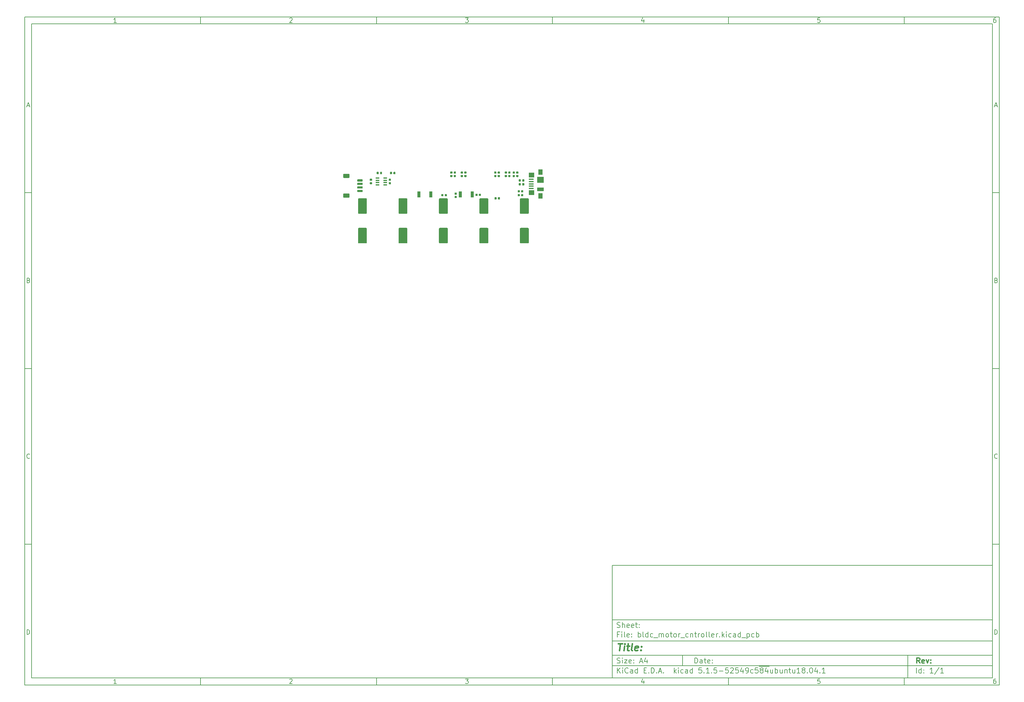
<source format=gbr>
G04 #@! TF.GenerationSoftware,KiCad,Pcbnew,5.1.5-52549c5~84~ubuntu18.04.1*
G04 #@! TF.CreationDate,2020-02-16T22:49:10+01:00*
G04 #@! TF.ProjectId,bldc_motor_cntroller,626c6463-5f6d-46f7-946f-725f636e7472,rev?*
G04 #@! TF.SameCoordinates,Original*
G04 #@! TF.FileFunction,Paste,Bot*
G04 #@! TF.FilePolarity,Positive*
%FSLAX46Y46*%
G04 Gerber Fmt 4.6, Leading zero omitted, Abs format (unit mm)*
G04 Created by KiCad (PCBNEW 5.1.5-52549c5~84~ubuntu18.04.1) date 2020-02-16 22:49:10*
%MOMM*%
%LPD*%
G04 APERTURE LIST*
%ADD10C,0.100000*%
%ADD11C,0.150000*%
%ADD12C,0.300000*%
%ADD13C,0.400000*%
%ADD14R,1.900000X1.000000*%
%ADD15R,1.900000X1.800000*%
%ADD16R,1.300000X1.650000*%
%ADD17R,1.550000X1.425000*%
%ADD18R,1.380000X0.450000*%
%ADD19R,1.060000X0.400000*%
%ADD20R,0.900000X1.700000*%
G04 APERTURE END LIST*
D10*
D11*
X177002200Y-166007200D02*
X177002200Y-198007200D01*
X285002200Y-198007200D01*
X285002200Y-166007200D01*
X177002200Y-166007200D01*
D10*
D11*
X10000000Y-10000000D02*
X10000000Y-200007200D01*
X287002200Y-200007200D01*
X287002200Y-10000000D01*
X10000000Y-10000000D01*
D10*
D11*
X12000000Y-12000000D02*
X12000000Y-198007200D01*
X285002200Y-198007200D01*
X285002200Y-12000000D01*
X12000000Y-12000000D01*
D10*
D11*
X60000000Y-12000000D02*
X60000000Y-10000000D01*
D10*
D11*
X110000000Y-12000000D02*
X110000000Y-10000000D01*
D10*
D11*
X160000000Y-12000000D02*
X160000000Y-10000000D01*
D10*
D11*
X210000000Y-12000000D02*
X210000000Y-10000000D01*
D10*
D11*
X260000000Y-12000000D02*
X260000000Y-10000000D01*
D10*
D11*
X36065476Y-11588095D02*
X35322619Y-11588095D01*
X35694047Y-11588095D02*
X35694047Y-10288095D01*
X35570238Y-10473809D01*
X35446428Y-10597619D01*
X35322619Y-10659523D01*
D10*
D11*
X85322619Y-10411904D02*
X85384523Y-10350000D01*
X85508333Y-10288095D01*
X85817857Y-10288095D01*
X85941666Y-10350000D01*
X86003571Y-10411904D01*
X86065476Y-10535714D01*
X86065476Y-10659523D01*
X86003571Y-10845238D01*
X85260714Y-11588095D01*
X86065476Y-11588095D01*
D10*
D11*
X135260714Y-10288095D02*
X136065476Y-10288095D01*
X135632142Y-10783333D01*
X135817857Y-10783333D01*
X135941666Y-10845238D01*
X136003571Y-10907142D01*
X136065476Y-11030952D01*
X136065476Y-11340476D01*
X136003571Y-11464285D01*
X135941666Y-11526190D01*
X135817857Y-11588095D01*
X135446428Y-11588095D01*
X135322619Y-11526190D01*
X135260714Y-11464285D01*
D10*
D11*
X185941666Y-10721428D02*
X185941666Y-11588095D01*
X185632142Y-10226190D02*
X185322619Y-11154761D01*
X186127380Y-11154761D01*
D10*
D11*
X236003571Y-10288095D02*
X235384523Y-10288095D01*
X235322619Y-10907142D01*
X235384523Y-10845238D01*
X235508333Y-10783333D01*
X235817857Y-10783333D01*
X235941666Y-10845238D01*
X236003571Y-10907142D01*
X236065476Y-11030952D01*
X236065476Y-11340476D01*
X236003571Y-11464285D01*
X235941666Y-11526190D01*
X235817857Y-11588095D01*
X235508333Y-11588095D01*
X235384523Y-11526190D01*
X235322619Y-11464285D01*
D10*
D11*
X285941666Y-10288095D02*
X285694047Y-10288095D01*
X285570238Y-10350000D01*
X285508333Y-10411904D01*
X285384523Y-10597619D01*
X285322619Y-10845238D01*
X285322619Y-11340476D01*
X285384523Y-11464285D01*
X285446428Y-11526190D01*
X285570238Y-11588095D01*
X285817857Y-11588095D01*
X285941666Y-11526190D01*
X286003571Y-11464285D01*
X286065476Y-11340476D01*
X286065476Y-11030952D01*
X286003571Y-10907142D01*
X285941666Y-10845238D01*
X285817857Y-10783333D01*
X285570238Y-10783333D01*
X285446428Y-10845238D01*
X285384523Y-10907142D01*
X285322619Y-11030952D01*
D10*
D11*
X60000000Y-198007200D02*
X60000000Y-200007200D01*
D10*
D11*
X110000000Y-198007200D02*
X110000000Y-200007200D01*
D10*
D11*
X160000000Y-198007200D02*
X160000000Y-200007200D01*
D10*
D11*
X210000000Y-198007200D02*
X210000000Y-200007200D01*
D10*
D11*
X260000000Y-198007200D02*
X260000000Y-200007200D01*
D10*
D11*
X36065476Y-199595295D02*
X35322619Y-199595295D01*
X35694047Y-199595295D02*
X35694047Y-198295295D01*
X35570238Y-198481009D01*
X35446428Y-198604819D01*
X35322619Y-198666723D01*
D10*
D11*
X85322619Y-198419104D02*
X85384523Y-198357200D01*
X85508333Y-198295295D01*
X85817857Y-198295295D01*
X85941666Y-198357200D01*
X86003571Y-198419104D01*
X86065476Y-198542914D01*
X86065476Y-198666723D01*
X86003571Y-198852438D01*
X85260714Y-199595295D01*
X86065476Y-199595295D01*
D10*
D11*
X135260714Y-198295295D02*
X136065476Y-198295295D01*
X135632142Y-198790533D01*
X135817857Y-198790533D01*
X135941666Y-198852438D01*
X136003571Y-198914342D01*
X136065476Y-199038152D01*
X136065476Y-199347676D01*
X136003571Y-199471485D01*
X135941666Y-199533390D01*
X135817857Y-199595295D01*
X135446428Y-199595295D01*
X135322619Y-199533390D01*
X135260714Y-199471485D01*
D10*
D11*
X185941666Y-198728628D02*
X185941666Y-199595295D01*
X185632142Y-198233390D02*
X185322619Y-199161961D01*
X186127380Y-199161961D01*
D10*
D11*
X236003571Y-198295295D02*
X235384523Y-198295295D01*
X235322619Y-198914342D01*
X235384523Y-198852438D01*
X235508333Y-198790533D01*
X235817857Y-198790533D01*
X235941666Y-198852438D01*
X236003571Y-198914342D01*
X236065476Y-199038152D01*
X236065476Y-199347676D01*
X236003571Y-199471485D01*
X235941666Y-199533390D01*
X235817857Y-199595295D01*
X235508333Y-199595295D01*
X235384523Y-199533390D01*
X235322619Y-199471485D01*
D10*
D11*
X285941666Y-198295295D02*
X285694047Y-198295295D01*
X285570238Y-198357200D01*
X285508333Y-198419104D01*
X285384523Y-198604819D01*
X285322619Y-198852438D01*
X285322619Y-199347676D01*
X285384523Y-199471485D01*
X285446428Y-199533390D01*
X285570238Y-199595295D01*
X285817857Y-199595295D01*
X285941666Y-199533390D01*
X286003571Y-199471485D01*
X286065476Y-199347676D01*
X286065476Y-199038152D01*
X286003571Y-198914342D01*
X285941666Y-198852438D01*
X285817857Y-198790533D01*
X285570238Y-198790533D01*
X285446428Y-198852438D01*
X285384523Y-198914342D01*
X285322619Y-199038152D01*
D10*
D11*
X10000000Y-60000000D02*
X12000000Y-60000000D01*
D10*
D11*
X10000000Y-110000000D02*
X12000000Y-110000000D01*
D10*
D11*
X10000000Y-160000000D02*
X12000000Y-160000000D01*
D10*
D11*
X10690476Y-35216666D02*
X11309523Y-35216666D01*
X10566666Y-35588095D02*
X11000000Y-34288095D01*
X11433333Y-35588095D01*
D10*
D11*
X11092857Y-84907142D02*
X11278571Y-84969047D01*
X11340476Y-85030952D01*
X11402380Y-85154761D01*
X11402380Y-85340476D01*
X11340476Y-85464285D01*
X11278571Y-85526190D01*
X11154761Y-85588095D01*
X10659523Y-85588095D01*
X10659523Y-84288095D01*
X11092857Y-84288095D01*
X11216666Y-84350000D01*
X11278571Y-84411904D01*
X11340476Y-84535714D01*
X11340476Y-84659523D01*
X11278571Y-84783333D01*
X11216666Y-84845238D01*
X11092857Y-84907142D01*
X10659523Y-84907142D01*
D10*
D11*
X11402380Y-135464285D02*
X11340476Y-135526190D01*
X11154761Y-135588095D01*
X11030952Y-135588095D01*
X10845238Y-135526190D01*
X10721428Y-135402380D01*
X10659523Y-135278571D01*
X10597619Y-135030952D01*
X10597619Y-134845238D01*
X10659523Y-134597619D01*
X10721428Y-134473809D01*
X10845238Y-134350000D01*
X11030952Y-134288095D01*
X11154761Y-134288095D01*
X11340476Y-134350000D01*
X11402380Y-134411904D01*
D10*
D11*
X10659523Y-185588095D02*
X10659523Y-184288095D01*
X10969047Y-184288095D01*
X11154761Y-184350000D01*
X11278571Y-184473809D01*
X11340476Y-184597619D01*
X11402380Y-184845238D01*
X11402380Y-185030952D01*
X11340476Y-185278571D01*
X11278571Y-185402380D01*
X11154761Y-185526190D01*
X10969047Y-185588095D01*
X10659523Y-185588095D01*
D10*
D11*
X287002200Y-60000000D02*
X285002200Y-60000000D01*
D10*
D11*
X287002200Y-110000000D02*
X285002200Y-110000000D01*
D10*
D11*
X287002200Y-160000000D02*
X285002200Y-160000000D01*
D10*
D11*
X285692676Y-35216666D02*
X286311723Y-35216666D01*
X285568866Y-35588095D02*
X286002200Y-34288095D01*
X286435533Y-35588095D01*
D10*
D11*
X286095057Y-84907142D02*
X286280771Y-84969047D01*
X286342676Y-85030952D01*
X286404580Y-85154761D01*
X286404580Y-85340476D01*
X286342676Y-85464285D01*
X286280771Y-85526190D01*
X286156961Y-85588095D01*
X285661723Y-85588095D01*
X285661723Y-84288095D01*
X286095057Y-84288095D01*
X286218866Y-84350000D01*
X286280771Y-84411904D01*
X286342676Y-84535714D01*
X286342676Y-84659523D01*
X286280771Y-84783333D01*
X286218866Y-84845238D01*
X286095057Y-84907142D01*
X285661723Y-84907142D01*
D10*
D11*
X286404580Y-135464285D02*
X286342676Y-135526190D01*
X286156961Y-135588095D01*
X286033152Y-135588095D01*
X285847438Y-135526190D01*
X285723628Y-135402380D01*
X285661723Y-135278571D01*
X285599819Y-135030952D01*
X285599819Y-134845238D01*
X285661723Y-134597619D01*
X285723628Y-134473809D01*
X285847438Y-134350000D01*
X286033152Y-134288095D01*
X286156961Y-134288095D01*
X286342676Y-134350000D01*
X286404580Y-134411904D01*
D10*
D11*
X285661723Y-185588095D02*
X285661723Y-184288095D01*
X285971247Y-184288095D01*
X286156961Y-184350000D01*
X286280771Y-184473809D01*
X286342676Y-184597619D01*
X286404580Y-184845238D01*
X286404580Y-185030952D01*
X286342676Y-185278571D01*
X286280771Y-185402380D01*
X286156961Y-185526190D01*
X285971247Y-185588095D01*
X285661723Y-185588095D01*
D10*
D11*
X200434342Y-193785771D02*
X200434342Y-192285771D01*
X200791485Y-192285771D01*
X201005771Y-192357200D01*
X201148628Y-192500057D01*
X201220057Y-192642914D01*
X201291485Y-192928628D01*
X201291485Y-193142914D01*
X201220057Y-193428628D01*
X201148628Y-193571485D01*
X201005771Y-193714342D01*
X200791485Y-193785771D01*
X200434342Y-193785771D01*
X202577200Y-193785771D02*
X202577200Y-193000057D01*
X202505771Y-192857200D01*
X202362914Y-192785771D01*
X202077200Y-192785771D01*
X201934342Y-192857200D01*
X202577200Y-193714342D02*
X202434342Y-193785771D01*
X202077200Y-193785771D01*
X201934342Y-193714342D01*
X201862914Y-193571485D01*
X201862914Y-193428628D01*
X201934342Y-193285771D01*
X202077200Y-193214342D01*
X202434342Y-193214342D01*
X202577200Y-193142914D01*
X203077200Y-192785771D02*
X203648628Y-192785771D01*
X203291485Y-192285771D02*
X203291485Y-193571485D01*
X203362914Y-193714342D01*
X203505771Y-193785771D01*
X203648628Y-193785771D01*
X204720057Y-193714342D02*
X204577200Y-193785771D01*
X204291485Y-193785771D01*
X204148628Y-193714342D01*
X204077200Y-193571485D01*
X204077200Y-193000057D01*
X204148628Y-192857200D01*
X204291485Y-192785771D01*
X204577200Y-192785771D01*
X204720057Y-192857200D01*
X204791485Y-193000057D01*
X204791485Y-193142914D01*
X204077200Y-193285771D01*
X205434342Y-193642914D02*
X205505771Y-193714342D01*
X205434342Y-193785771D01*
X205362914Y-193714342D01*
X205434342Y-193642914D01*
X205434342Y-193785771D01*
X205434342Y-192857200D02*
X205505771Y-192928628D01*
X205434342Y-193000057D01*
X205362914Y-192928628D01*
X205434342Y-192857200D01*
X205434342Y-193000057D01*
D10*
D11*
X177002200Y-194507200D02*
X285002200Y-194507200D01*
D10*
D11*
X178434342Y-196585771D02*
X178434342Y-195085771D01*
X179291485Y-196585771D02*
X178648628Y-195728628D01*
X179291485Y-195085771D02*
X178434342Y-195942914D01*
X179934342Y-196585771D02*
X179934342Y-195585771D01*
X179934342Y-195085771D02*
X179862914Y-195157200D01*
X179934342Y-195228628D01*
X180005771Y-195157200D01*
X179934342Y-195085771D01*
X179934342Y-195228628D01*
X181505771Y-196442914D02*
X181434342Y-196514342D01*
X181220057Y-196585771D01*
X181077200Y-196585771D01*
X180862914Y-196514342D01*
X180720057Y-196371485D01*
X180648628Y-196228628D01*
X180577200Y-195942914D01*
X180577200Y-195728628D01*
X180648628Y-195442914D01*
X180720057Y-195300057D01*
X180862914Y-195157200D01*
X181077200Y-195085771D01*
X181220057Y-195085771D01*
X181434342Y-195157200D01*
X181505771Y-195228628D01*
X182791485Y-196585771D02*
X182791485Y-195800057D01*
X182720057Y-195657200D01*
X182577200Y-195585771D01*
X182291485Y-195585771D01*
X182148628Y-195657200D01*
X182791485Y-196514342D02*
X182648628Y-196585771D01*
X182291485Y-196585771D01*
X182148628Y-196514342D01*
X182077200Y-196371485D01*
X182077200Y-196228628D01*
X182148628Y-196085771D01*
X182291485Y-196014342D01*
X182648628Y-196014342D01*
X182791485Y-195942914D01*
X184148628Y-196585771D02*
X184148628Y-195085771D01*
X184148628Y-196514342D02*
X184005771Y-196585771D01*
X183720057Y-196585771D01*
X183577200Y-196514342D01*
X183505771Y-196442914D01*
X183434342Y-196300057D01*
X183434342Y-195871485D01*
X183505771Y-195728628D01*
X183577200Y-195657200D01*
X183720057Y-195585771D01*
X184005771Y-195585771D01*
X184148628Y-195657200D01*
X186005771Y-195800057D02*
X186505771Y-195800057D01*
X186720057Y-196585771D02*
X186005771Y-196585771D01*
X186005771Y-195085771D01*
X186720057Y-195085771D01*
X187362914Y-196442914D02*
X187434342Y-196514342D01*
X187362914Y-196585771D01*
X187291485Y-196514342D01*
X187362914Y-196442914D01*
X187362914Y-196585771D01*
X188077200Y-196585771D02*
X188077200Y-195085771D01*
X188434342Y-195085771D01*
X188648628Y-195157200D01*
X188791485Y-195300057D01*
X188862914Y-195442914D01*
X188934342Y-195728628D01*
X188934342Y-195942914D01*
X188862914Y-196228628D01*
X188791485Y-196371485D01*
X188648628Y-196514342D01*
X188434342Y-196585771D01*
X188077200Y-196585771D01*
X189577200Y-196442914D02*
X189648628Y-196514342D01*
X189577200Y-196585771D01*
X189505771Y-196514342D01*
X189577200Y-196442914D01*
X189577200Y-196585771D01*
X190220057Y-196157200D02*
X190934342Y-196157200D01*
X190077200Y-196585771D02*
X190577200Y-195085771D01*
X191077200Y-196585771D01*
X191577200Y-196442914D02*
X191648628Y-196514342D01*
X191577200Y-196585771D01*
X191505771Y-196514342D01*
X191577200Y-196442914D01*
X191577200Y-196585771D01*
X194577200Y-196585771D02*
X194577200Y-195085771D01*
X194720057Y-196014342D02*
X195148628Y-196585771D01*
X195148628Y-195585771D02*
X194577200Y-196157200D01*
X195791485Y-196585771D02*
X195791485Y-195585771D01*
X195791485Y-195085771D02*
X195720057Y-195157200D01*
X195791485Y-195228628D01*
X195862914Y-195157200D01*
X195791485Y-195085771D01*
X195791485Y-195228628D01*
X197148628Y-196514342D02*
X197005771Y-196585771D01*
X196720057Y-196585771D01*
X196577200Y-196514342D01*
X196505771Y-196442914D01*
X196434342Y-196300057D01*
X196434342Y-195871485D01*
X196505771Y-195728628D01*
X196577200Y-195657200D01*
X196720057Y-195585771D01*
X197005771Y-195585771D01*
X197148628Y-195657200D01*
X198434342Y-196585771D02*
X198434342Y-195800057D01*
X198362914Y-195657200D01*
X198220057Y-195585771D01*
X197934342Y-195585771D01*
X197791485Y-195657200D01*
X198434342Y-196514342D02*
X198291485Y-196585771D01*
X197934342Y-196585771D01*
X197791485Y-196514342D01*
X197720057Y-196371485D01*
X197720057Y-196228628D01*
X197791485Y-196085771D01*
X197934342Y-196014342D01*
X198291485Y-196014342D01*
X198434342Y-195942914D01*
X199791485Y-196585771D02*
X199791485Y-195085771D01*
X199791485Y-196514342D02*
X199648628Y-196585771D01*
X199362914Y-196585771D01*
X199220057Y-196514342D01*
X199148628Y-196442914D01*
X199077200Y-196300057D01*
X199077200Y-195871485D01*
X199148628Y-195728628D01*
X199220057Y-195657200D01*
X199362914Y-195585771D01*
X199648628Y-195585771D01*
X199791485Y-195657200D01*
X202362914Y-195085771D02*
X201648628Y-195085771D01*
X201577200Y-195800057D01*
X201648628Y-195728628D01*
X201791485Y-195657200D01*
X202148628Y-195657200D01*
X202291485Y-195728628D01*
X202362914Y-195800057D01*
X202434342Y-195942914D01*
X202434342Y-196300057D01*
X202362914Y-196442914D01*
X202291485Y-196514342D01*
X202148628Y-196585771D01*
X201791485Y-196585771D01*
X201648628Y-196514342D01*
X201577200Y-196442914D01*
X203077200Y-196442914D02*
X203148628Y-196514342D01*
X203077200Y-196585771D01*
X203005771Y-196514342D01*
X203077200Y-196442914D01*
X203077200Y-196585771D01*
X204577200Y-196585771D02*
X203720057Y-196585771D01*
X204148628Y-196585771D02*
X204148628Y-195085771D01*
X204005771Y-195300057D01*
X203862914Y-195442914D01*
X203720057Y-195514342D01*
X205220057Y-196442914D02*
X205291485Y-196514342D01*
X205220057Y-196585771D01*
X205148628Y-196514342D01*
X205220057Y-196442914D01*
X205220057Y-196585771D01*
X206648628Y-195085771D02*
X205934342Y-195085771D01*
X205862914Y-195800057D01*
X205934342Y-195728628D01*
X206077200Y-195657200D01*
X206434342Y-195657200D01*
X206577200Y-195728628D01*
X206648628Y-195800057D01*
X206720057Y-195942914D01*
X206720057Y-196300057D01*
X206648628Y-196442914D01*
X206577200Y-196514342D01*
X206434342Y-196585771D01*
X206077200Y-196585771D01*
X205934342Y-196514342D01*
X205862914Y-196442914D01*
X207362914Y-196014342D02*
X208505771Y-196014342D01*
X209934342Y-195085771D02*
X209220057Y-195085771D01*
X209148628Y-195800057D01*
X209220057Y-195728628D01*
X209362914Y-195657200D01*
X209720057Y-195657200D01*
X209862914Y-195728628D01*
X209934342Y-195800057D01*
X210005771Y-195942914D01*
X210005771Y-196300057D01*
X209934342Y-196442914D01*
X209862914Y-196514342D01*
X209720057Y-196585771D01*
X209362914Y-196585771D01*
X209220057Y-196514342D01*
X209148628Y-196442914D01*
X210577200Y-195228628D02*
X210648628Y-195157200D01*
X210791485Y-195085771D01*
X211148628Y-195085771D01*
X211291485Y-195157200D01*
X211362914Y-195228628D01*
X211434342Y-195371485D01*
X211434342Y-195514342D01*
X211362914Y-195728628D01*
X210505771Y-196585771D01*
X211434342Y-196585771D01*
X212791485Y-195085771D02*
X212077200Y-195085771D01*
X212005771Y-195800057D01*
X212077200Y-195728628D01*
X212220057Y-195657200D01*
X212577200Y-195657200D01*
X212720057Y-195728628D01*
X212791485Y-195800057D01*
X212862914Y-195942914D01*
X212862914Y-196300057D01*
X212791485Y-196442914D01*
X212720057Y-196514342D01*
X212577200Y-196585771D01*
X212220057Y-196585771D01*
X212077200Y-196514342D01*
X212005771Y-196442914D01*
X214148628Y-195585771D02*
X214148628Y-196585771D01*
X213791485Y-195014342D02*
X213434342Y-196085771D01*
X214362914Y-196085771D01*
X215005771Y-196585771D02*
X215291485Y-196585771D01*
X215434342Y-196514342D01*
X215505771Y-196442914D01*
X215648628Y-196228628D01*
X215720057Y-195942914D01*
X215720057Y-195371485D01*
X215648628Y-195228628D01*
X215577200Y-195157200D01*
X215434342Y-195085771D01*
X215148628Y-195085771D01*
X215005771Y-195157200D01*
X214934342Y-195228628D01*
X214862914Y-195371485D01*
X214862914Y-195728628D01*
X214934342Y-195871485D01*
X215005771Y-195942914D01*
X215148628Y-196014342D01*
X215434342Y-196014342D01*
X215577200Y-195942914D01*
X215648628Y-195871485D01*
X215720057Y-195728628D01*
X217005771Y-196514342D02*
X216862914Y-196585771D01*
X216577200Y-196585771D01*
X216434342Y-196514342D01*
X216362914Y-196442914D01*
X216291485Y-196300057D01*
X216291485Y-195871485D01*
X216362914Y-195728628D01*
X216434342Y-195657200D01*
X216577200Y-195585771D01*
X216862914Y-195585771D01*
X217005771Y-195657200D01*
X218362914Y-195085771D02*
X217648628Y-195085771D01*
X217577200Y-195800057D01*
X217648628Y-195728628D01*
X217791485Y-195657200D01*
X218148628Y-195657200D01*
X218291485Y-195728628D01*
X218362914Y-195800057D01*
X218434342Y-195942914D01*
X218434342Y-196300057D01*
X218362914Y-196442914D01*
X218291485Y-196514342D01*
X218148628Y-196585771D01*
X217791485Y-196585771D01*
X217648628Y-196514342D01*
X217577200Y-196442914D01*
X218720057Y-194677200D02*
X220148628Y-194677200D01*
X219291485Y-195728628D02*
X219148628Y-195657200D01*
X219077200Y-195585771D01*
X219005771Y-195442914D01*
X219005771Y-195371485D01*
X219077200Y-195228628D01*
X219148628Y-195157200D01*
X219291485Y-195085771D01*
X219577200Y-195085771D01*
X219720057Y-195157200D01*
X219791485Y-195228628D01*
X219862914Y-195371485D01*
X219862914Y-195442914D01*
X219791485Y-195585771D01*
X219720057Y-195657200D01*
X219577200Y-195728628D01*
X219291485Y-195728628D01*
X219148628Y-195800057D01*
X219077200Y-195871485D01*
X219005771Y-196014342D01*
X219005771Y-196300057D01*
X219077200Y-196442914D01*
X219148628Y-196514342D01*
X219291485Y-196585771D01*
X219577200Y-196585771D01*
X219720057Y-196514342D01*
X219791485Y-196442914D01*
X219862914Y-196300057D01*
X219862914Y-196014342D01*
X219791485Y-195871485D01*
X219720057Y-195800057D01*
X219577200Y-195728628D01*
X220148628Y-194677200D02*
X221577199Y-194677200D01*
X221148628Y-195585771D02*
X221148628Y-196585771D01*
X220791485Y-195014342D02*
X220434342Y-196085771D01*
X221362914Y-196085771D01*
X222577199Y-195585771D02*
X222577199Y-196585771D01*
X221934342Y-195585771D02*
X221934342Y-196371485D01*
X222005771Y-196514342D01*
X222148628Y-196585771D01*
X222362914Y-196585771D01*
X222505771Y-196514342D01*
X222577199Y-196442914D01*
X223291485Y-196585771D02*
X223291485Y-195085771D01*
X223291485Y-195657200D02*
X223434342Y-195585771D01*
X223720057Y-195585771D01*
X223862914Y-195657200D01*
X223934342Y-195728628D01*
X224005771Y-195871485D01*
X224005771Y-196300057D01*
X223934342Y-196442914D01*
X223862914Y-196514342D01*
X223720057Y-196585771D01*
X223434342Y-196585771D01*
X223291485Y-196514342D01*
X225291485Y-195585771D02*
X225291485Y-196585771D01*
X224648628Y-195585771D02*
X224648628Y-196371485D01*
X224720057Y-196514342D01*
X224862914Y-196585771D01*
X225077199Y-196585771D01*
X225220057Y-196514342D01*
X225291485Y-196442914D01*
X226005771Y-195585771D02*
X226005771Y-196585771D01*
X226005771Y-195728628D02*
X226077199Y-195657200D01*
X226220057Y-195585771D01*
X226434342Y-195585771D01*
X226577199Y-195657200D01*
X226648628Y-195800057D01*
X226648628Y-196585771D01*
X227148628Y-195585771D02*
X227720057Y-195585771D01*
X227362914Y-195085771D02*
X227362914Y-196371485D01*
X227434342Y-196514342D01*
X227577200Y-196585771D01*
X227720057Y-196585771D01*
X228862914Y-195585771D02*
X228862914Y-196585771D01*
X228220057Y-195585771D02*
X228220057Y-196371485D01*
X228291485Y-196514342D01*
X228434342Y-196585771D01*
X228648628Y-196585771D01*
X228791485Y-196514342D01*
X228862914Y-196442914D01*
X230362914Y-196585771D02*
X229505771Y-196585771D01*
X229934342Y-196585771D02*
X229934342Y-195085771D01*
X229791485Y-195300057D01*
X229648628Y-195442914D01*
X229505771Y-195514342D01*
X231220057Y-195728628D02*
X231077199Y-195657200D01*
X231005771Y-195585771D01*
X230934342Y-195442914D01*
X230934342Y-195371485D01*
X231005771Y-195228628D01*
X231077199Y-195157200D01*
X231220057Y-195085771D01*
X231505771Y-195085771D01*
X231648628Y-195157200D01*
X231720057Y-195228628D01*
X231791485Y-195371485D01*
X231791485Y-195442914D01*
X231720057Y-195585771D01*
X231648628Y-195657200D01*
X231505771Y-195728628D01*
X231220057Y-195728628D01*
X231077199Y-195800057D01*
X231005771Y-195871485D01*
X230934342Y-196014342D01*
X230934342Y-196300057D01*
X231005771Y-196442914D01*
X231077199Y-196514342D01*
X231220057Y-196585771D01*
X231505771Y-196585771D01*
X231648628Y-196514342D01*
X231720057Y-196442914D01*
X231791485Y-196300057D01*
X231791485Y-196014342D01*
X231720057Y-195871485D01*
X231648628Y-195800057D01*
X231505771Y-195728628D01*
X232434342Y-196442914D02*
X232505771Y-196514342D01*
X232434342Y-196585771D01*
X232362914Y-196514342D01*
X232434342Y-196442914D01*
X232434342Y-196585771D01*
X233434342Y-195085771D02*
X233577199Y-195085771D01*
X233720057Y-195157200D01*
X233791485Y-195228628D01*
X233862914Y-195371485D01*
X233934342Y-195657200D01*
X233934342Y-196014342D01*
X233862914Y-196300057D01*
X233791485Y-196442914D01*
X233720057Y-196514342D01*
X233577199Y-196585771D01*
X233434342Y-196585771D01*
X233291485Y-196514342D01*
X233220057Y-196442914D01*
X233148628Y-196300057D01*
X233077199Y-196014342D01*
X233077199Y-195657200D01*
X233148628Y-195371485D01*
X233220057Y-195228628D01*
X233291485Y-195157200D01*
X233434342Y-195085771D01*
X235220057Y-195585771D02*
X235220057Y-196585771D01*
X234862914Y-195014342D02*
X234505771Y-196085771D01*
X235434342Y-196085771D01*
X236005771Y-196442914D02*
X236077199Y-196514342D01*
X236005771Y-196585771D01*
X235934342Y-196514342D01*
X236005771Y-196442914D01*
X236005771Y-196585771D01*
X237505771Y-196585771D02*
X236648628Y-196585771D01*
X237077199Y-196585771D02*
X237077199Y-195085771D01*
X236934342Y-195300057D01*
X236791485Y-195442914D01*
X236648628Y-195514342D01*
D10*
D11*
X177002200Y-191507200D02*
X285002200Y-191507200D01*
D10*
D12*
X264411485Y-193785771D02*
X263911485Y-193071485D01*
X263554342Y-193785771D02*
X263554342Y-192285771D01*
X264125771Y-192285771D01*
X264268628Y-192357200D01*
X264340057Y-192428628D01*
X264411485Y-192571485D01*
X264411485Y-192785771D01*
X264340057Y-192928628D01*
X264268628Y-193000057D01*
X264125771Y-193071485D01*
X263554342Y-193071485D01*
X265625771Y-193714342D02*
X265482914Y-193785771D01*
X265197200Y-193785771D01*
X265054342Y-193714342D01*
X264982914Y-193571485D01*
X264982914Y-193000057D01*
X265054342Y-192857200D01*
X265197200Y-192785771D01*
X265482914Y-192785771D01*
X265625771Y-192857200D01*
X265697200Y-193000057D01*
X265697200Y-193142914D01*
X264982914Y-193285771D01*
X266197200Y-192785771D02*
X266554342Y-193785771D01*
X266911485Y-192785771D01*
X267482914Y-193642914D02*
X267554342Y-193714342D01*
X267482914Y-193785771D01*
X267411485Y-193714342D01*
X267482914Y-193642914D01*
X267482914Y-193785771D01*
X267482914Y-192857200D02*
X267554342Y-192928628D01*
X267482914Y-193000057D01*
X267411485Y-192928628D01*
X267482914Y-192857200D01*
X267482914Y-193000057D01*
D10*
D11*
X178362914Y-193714342D02*
X178577200Y-193785771D01*
X178934342Y-193785771D01*
X179077200Y-193714342D01*
X179148628Y-193642914D01*
X179220057Y-193500057D01*
X179220057Y-193357200D01*
X179148628Y-193214342D01*
X179077200Y-193142914D01*
X178934342Y-193071485D01*
X178648628Y-193000057D01*
X178505771Y-192928628D01*
X178434342Y-192857200D01*
X178362914Y-192714342D01*
X178362914Y-192571485D01*
X178434342Y-192428628D01*
X178505771Y-192357200D01*
X178648628Y-192285771D01*
X179005771Y-192285771D01*
X179220057Y-192357200D01*
X179862914Y-193785771D02*
X179862914Y-192785771D01*
X179862914Y-192285771D02*
X179791485Y-192357200D01*
X179862914Y-192428628D01*
X179934342Y-192357200D01*
X179862914Y-192285771D01*
X179862914Y-192428628D01*
X180434342Y-192785771D02*
X181220057Y-192785771D01*
X180434342Y-193785771D01*
X181220057Y-193785771D01*
X182362914Y-193714342D02*
X182220057Y-193785771D01*
X181934342Y-193785771D01*
X181791485Y-193714342D01*
X181720057Y-193571485D01*
X181720057Y-193000057D01*
X181791485Y-192857200D01*
X181934342Y-192785771D01*
X182220057Y-192785771D01*
X182362914Y-192857200D01*
X182434342Y-193000057D01*
X182434342Y-193142914D01*
X181720057Y-193285771D01*
X183077200Y-193642914D02*
X183148628Y-193714342D01*
X183077200Y-193785771D01*
X183005771Y-193714342D01*
X183077200Y-193642914D01*
X183077200Y-193785771D01*
X183077200Y-192857200D02*
X183148628Y-192928628D01*
X183077200Y-193000057D01*
X183005771Y-192928628D01*
X183077200Y-192857200D01*
X183077200Y-193000057D01*
X184862914Y-193357200D02*
X185577200Y-193357200D01*
X184720057Y-193785771D02*
X185220057Y-192285771D01*
X185720057Y-193785771D01*
X186862914Y-192785771D02*
X186862914Y-193785771D01*
X186505771Y-192214342D02*
X186148628Y-193285771D01*
X187077200Y-193285771D01*
D10*
D11*
X263434342Y-196585771D02*
X263434342Y-195085771D01*
X264791485Y-196585771D02*
X264791485Y-195085771D01*
X264791485Y-196514342D02*
X264648628Y-196585771D01*
X264362914Y-196585771D01*
X264220057Y-196514342D01*
X264148628Y-196442914D01*
X264077200Y-196300057D01*
X264077200Y-195871485D01*
X264148628Y-195728628D01*
X264220057Y-195657200D01*
X264362914Y-195585771D01*
X264648628Y-195585771D01*
X264791485Y-195657200D01*
X265505771Y-196442914D02*
X265577200Y-196514342D01*
X265505771Y-196585771D01*
X265434342Y-196514342D01*
X265505771Y-196442914D01*
X265505771Y-196585771D01*
X265505771Y-195657200D02*
X265577200Y-195728628D01*
X265505771Y-195800057D01*
X265434342Y-195728628D01*
X265505771Y-195657200D01*
X265505771Y-195800057D01*
X268148628Y-196585771D02*
X267291485Y-196585771D01*
X267720057Y-196585771D02*
X267720057Y-195085771D01*
X267577200Y-195300057D01*
X267434342Y-195442914D01*
X267291485Y-195514342D01*
X269862914Y-195014342D02*
X268577200Y-196942914D01*
X271148628Y-196585771D02*
X270291485Y-196585771D01*
X270720057Y-196585771D02*
X270720057Y-195085771D01*
X270577200Y-195300057D01*
X270434342Y-195442914D01*
X270291485Y-195514342D01*
D10*
D11*
X177002200Y-187507200D02*
X285002200Y-187507200D01*
D10*
D13*
X178714580Y-188211961D02*
X179857438Y-188211961D01*
X179036009Y-190211961D02*
X179286009Y-188211961D01*
X180274104Y-190211961D02*
X180440771Y-188878628D01*
X180524104Y-188211961D02*
X180416961Y-188307200D01*
X180500295Y-188402438D01*
X180607438Y-188307200D01*
X180524104Y-188211961D01*
X180500295Y-188402438D01*
X181107438Y-188878628D02*
X181869342Y-188878628D01*
X181476485Y-188211961D02*
X181262200Y-189926247D01*
X181333628Y-190116723D01*
X181512200Y-190211961D01*
X181702676Y-190211961D01*
X182655057Y-190211961D02*
X182476485Y-190116723D01*
X182405057Y-189926247D01*
X182619342Y-188211961D01*
X184190771Y-190116723D02*
X183988390Y-190211961D01*
X183607438Y-190211961D01*
X183428866Y-190116723D01*
X183357438Y-189926247D01*
X183452676Y-189164342D01*
X183571723Y-188973866D01*
X183774104Y-188878628D01*
X184155057Y-188878628D01*
X184333628Y-188973866D01*
X184405057Y-189164342D01*
X184381247Y-189354819D01*
X183405057Y-189545295D01*
X185155057Y-190021485D02*
X185238390Y-190116723D01*
X185131247Y-190211961D01*
X185047914Y-190116723D01*
X185155057Y-190021485D01*
X185131247Y-190211961D01*
X185286009Y-188973866D02*
X185369342Y-189069104D01*
X185262200Y-189164342D01*
X185178866Y-189069104D01*
X185286009Y-188973866D01*
X185262200Y-189164342D01*
D10*
D11*
X178934342Y-185600057D02*
X178434342Y-185600057D01*
X178434342Y-186385771D02*
X178434342Y-184885771D01*
X179148628Y-184885771D01*
X179720057Y-186385771D02*
X179720057Y-185385771D01*
X179720057Y-184885771D02*
X179648628Y-184957200D01*
X179720057Y-185028628D01*
X179791485Y-184957200D01*
X179720057Y-184885771D01*
X179720057Y-185028628D01*
X180648628Y-186385771D02*
X180505771Y-186314342D01*
X180434342Y-186171485D01*
X180434342Y-184885771D01*
X181791485Y-186314342D02*
X181648628Y-186385771D01*
X181362914Y-186385771D01*
X181220057Y-186314342D01*
X181148628Y-186171485D01*
X181148628Y-185600057D01*
X181220057Y-185457200D01*
X181362914Y-185385771D01*
X181648628Y-185385771D01*
X181791485Y-185457200D01*
X181862914Y-185600057D01*
X181862914Y-185742914D01*
X181148628Y-185885771D01*
X182505771Y-186242914D02*
X182577200Y-186314342D01*
X182505771Y-186385771D01*
X182434342Y-186314342D01*
X182505771Y-186242914D01*
X182505771Y-186385771D01*
X182505771Y-185457200D02*
X182577200Y-185528628D01*
X182505771Y-185600057D01*
X182434342Y-185528628D01*
X182505771Y-185457200D01*
X182505771Y-185600057D01*
X184362914Y-186385771D02*
X184362914Y-184885771D01*
X184362914Y-185457200D02*
X184505771Y-185385771D01*
X184791485Y-185385771D01*
X184934342Y-185457200D01*
X185005771Y-185528628D01*
X185077200Y-185671485D01*
X185077200Y-186100057D01*
X185005771Y-186242914D01*
X184934342Y-186314342D01*
X184791485Y-186385771D01*
X184505771Y-186385771D01*
X184362914Y-186314342D01*
X185934342Y-186385771D02*
X185791485Y-186314342D01*
X185720057Y-186171485D01*
X185720057Y-184885771D01*
X187148628Y-186385771D02*
X187148628Y-184885771D01*
X187148628Y-186314342D02*
X187005771Y-186385771D01*
X186720057Y-186385771D01*
X186577200Y-186314342D01*
X186505771Y-186242914D01*
X186434342Y-186100057D01*
X186434342Y-185671485D01*
X186505771Y-185528628D01*
X186577200Y-185457200D01*
X186720057Y-185385771D01*
X187005771Y-185385771D01*
X187148628Y-185457200D01*
X188505771Y-186314342D02*
X188362914Y-186385771D01*
X188077200Y-186385771D01*
X187934342Y-186314342D01*
X187862914Y-186242914D01*
X187791485Y-186100057D01*
X187791485Y-185671485D01*
X187862914Y-185528628D01*
X187934342Y-185457200D01*
X188077200Y-185385771D01*
X188362914Y-185385771D01*
X188505771Y-185457200D01*
X188791485Y-186528628D02*
X189934342Y-186528628D01*
X190291485Y-186385771D02*
X190291485Y-185385771D01*
X190291485Y-185528628D02*
X190362914Y-185457200D01*
X190505771Y-185385771D01*
X190720057Y-185385771D01*
X190862914Y-185457200D01*
X190934342Y-185600057D01*
X190934342Y-186385771D01*
X190934342Y-185600057D02*
X191005771Y-185457200D01*
X191148628Y-185385771D01*
X191362914Y-185385771D01*
X191505771Y-185457200D01*
X191577200Y-185600057D01*
X191577200Y-186385771D01*
X192505771Y-186385771D02*
X192362914Y-186314342D01*
X192291485Y-186242914D01*
X192220057Y-186100057D01*
X192220057Y-185671485D01*
X192291485Y-185528628D01*
X192362914Y-185457200D01*
X192505771Y-185385771D01*
X192720057Y-185385771D01*
X192862914Y-185457200D01*
X192934342Y-185528628D01*
X193005771Y-185671485D01*
X193005771Y-186100057D01*
X192934342Y-186242914D01*
X192862914Y-186314342D01*
X192720057Y-186385771D01*
X192505771Y-186385771D01*
X193434342Y-185385771D02*
X194005771Y-185385771D01*
X193648628Y-184885771D02*
X193648628Y-186171485D01*
X193720057Y-186314342D01*
X193862914Y-186385771D01*
X194005771Y-186385771D01*
X194720057Y-186385771D02*
X194577200Y-186314342D01*
X194505771Y-186242914D01*
X194434342Y-186100057D01*
X194434342Y-185671485D01*
X194505771Y-185528628D01*
X194577200Y-185457200D01*
X194720057Y-185385771D01*
X194934342Y-185385771D01*
X195077200Y-185457200D01*
X195148628Y-185528628D01*
X195220057Y-185671485D01*
X195220057Y-186100057D01*
X195148628Y-186242914D01*
X195077200Y-186314342D01*
X194934342Y-186385771D01*
X194720057Y-186385771D01*
X195862914Y-186385771D02*
X195862914Y-185385771D01*
X195862914Y-185671485D02*
X195934342Y-185528628D01*
X196005771Y-185457200D01*
X196148628Y-185385771D01*
X196291485Y-185385771D01*
X196434342Y-186528628D02*
X197577200Y-186528628D01*
X198577200Y-186314342D02*
X198434342Y-186385771D01*
X198148628Y-186385771D01*
X198005771Y-186314342D01*
X197934342Y-186242914D01*
X197862914Y-186100057D01*
X197862914Y-185671485D01*
X197934342Y-185528628D01*
X198005771Y-185457200D01*
X198148628Y-185385771D01*
X198434342Y-185385771D01*
X198577200Y-185457200D01*
X199220057Y-185385771D02*
X199220057Y-186385771D01*
X199220057Y-185528628D02*
X199291485Y-185457200D01*
X199434342Y-185385771D01*
X199648628Y-185385771D01*
X199791485Y-185457200D01*
X199862914Y-185600057D01*
X199862914Y-186385771D01*
X200362914Y-185385771D02*
X200934342Y-185385771D01*
X200577200Y-184885771D02*
X200577200Y-186171485D01*
X200648628Y-186314342D01*
X200791485Y-186385771D01*
X200934342Y-186385771D01*
X201434342Y-186385771D02*
X201434342Y-185385771D01*
X201434342Y-185671485D02*
X201505771Y-185528628D01*
X201577200Y-185457200D01*
X201720057Y-185385771D01*
X201862914Y-185385771D01*
X202577200Y-186385771D02*
X202434342Y-186314342D01*
X202362914Y-186242914D01*
X202291485Y-186100057D01*
X202291485Y-185671485D01*
X202362914Y-185528628D01*
X202434342Y-185457200D01*
X202577200Y-185385771D01*
X202791485Y-185385771D01*
X202934342Y-185457200D01*
X203005771Y-185528628D01*
X203077200Y-185671485D01*
X203077200Y-186100057D01*
X203005771Y-186242914D01*
X202934342Y-186314342D01*
X202791485Y-186385771D01*
X202577200Y-186385771D01*
X203934342Y-186385771D02*
X203791485Y-186314342D01*
X203720057Y-186171485D01*
X203720057Y-184885771D01*
X204720057Y-186385771D02*
X204577200Y-186314342D01*
X204505771Y-186171485D01*
X204505771Y-184885771D01*
X205862914Y-186314342D02*
X205720057Y-186385771D01*
X205434342Y-186385771D01*
X205291485Y-186314342D01*
X205220057Y-186171485D01*
X205220057Y-185600057D01*
X205291485Y-185457200D01*
X205434342Y-185385771D01*
X205720057Y-185385771D01*
X205862914Y-185457200D01*
X205934342Y-185600057D01*
X205934342Y-185742914D01*
X205220057Y-185885771D01*
X206577200Y-186385771D02*
X206577200Y-185385771D01*
X206577200Y-185671485D02*
X206648628Y-185528628D01*
X206720057Y-185457200D01*
X206862914Y-185385771D01*
X207005771Y-185385771D01*
X207505771Y-186242914D02*
X207577200Y-186314342D01*
X207505771Y-186385771D01*
X207434342Y-186314342D01*
X207505771Y-186242914D01*
X207505771Y-186385771D01*
X208220057Y-186385771D02*
X208220057Y-184885771D01*
X208362914Y-185814342D02*
X208791485Y-186385771D01*
X208791485Y-185385771D02*
X208220057Y-185957200D01*
X209434342Y-186385771D02*
X209434342Y-185385771D01*
X209434342Y-184885771D02*
X209362914Y-184957200D01*
X209434342Y-185028628D01*
X209505771Y-184957200D01*
X209434342Y-184885771D01*
X209434342Y-185028628D01*
X210791485Y-186314342D02*
X210648628Y-186385771D01*
X210362914Y-186385771D01*
X210220057Y-186314342D01*
X210148628Y-186242914D01*
X210077200Y-186100057D01*
X210077200Y-185671485D01*
X210148628Y-185528628D01*
X210220057Y-185457200D01*
X210362914Y-185385771D01*
X210648628Y-185385771D01*
X210791485Y-185457200D01*
X212077200Y-186385771D02*
X212077200Y-185600057D01*
X212005771Y-185457200D01*
X211862914Y-185385771D01*
X211577200Y-185385771D01*
X211434342Y-185457200D01*
X212077200Y-186314342D02*
X211934342Y-186385771D01*
X211577200Y-186385771D01*
X211434342Y-186314342D01*
X211362914Y-186171485D01*
X211362914Y-186028628D01*
X211434342Y-185885771D01*
X211577200Y-185814342D01*
X211934342Y-185814342D01*
X212077200Y-185742914D01*
X213434342Y-186385771D02*
X213434342Y-184885771D01*
X213434342Y-186314342D02*
X213291485Y-186385771D01*
X213005771Y-186385771D01*
X212862914Y-186314342D01*
X212791485Y-186242914D01*
X212720057Y-186100057D01*
X212720057Y-185671485D01*
X212791485Y-185528628D01*
X212862914Y-185457200D01*
X213005771Y-185385771D01*
X213291485Y-185385771D01*
X213434342Y-185457200D01*
X213791485Y-186528628D02*
X214934342Y-186528628D01*
X215291485Y-185385771D02*
X215291485Y-186885771D01*
X215291485Y-185457200D02*
X215434342Y-185385771D01*
X215720057Y-185385771D01*
X215862914Y-185457200D01*
X215934342Y-185528628D01*
X216005771Y-185671485D01*
X216005771Y-186100057D01*
X215934342Y-186242914D01*
X215862914Y-186314342D01*
X215720057Y-186385771D01*
X215434342Y-186385771D01*
X215291485Y-186314342D01*
X217291485Y-186314342D02*
X217148628Y-186385771D01*
X216862914Y-186385771D01*
X216720057Y-186314342D01*
X216648628Y-186242914D01*
X216577200Y-186100057D01*
X216577200Y-185671485D01*
X216648628Y-185528628D01*
X216720057Y-185457200D01*
X216862914Y-185385771D01*
X217148628Y-185385771D01*
X217291485Y-185457200D01*
X217934342Y-186385771D02*
X217934342Y-184885771D01*
X217934342Y-185457200D02*
X218077200Y-185385771D01*
X218362914Y-185385771D01*
X218505771Y-185457200D01*
X218577200Y-185528628D01*
X218648628Y-185671485D01*
X218648628Y-186100057D01*
X218577200Y-186242914D01*
X218505771Y-186314342D01*
X218362914Y-186385771D01*
X218077200Y-186385771D01*
X217934342Y-186314342D01*
D10*
D11*
X177002200Y-181507200D02*
X285002200Y-181507200D01*
D10*
D11*
X178362914Y-183614342D02*
X178577200Y-183685771D01*
X178934342Y-183685771D01*
X179077200Y-183614342D01*
X179148628Y-183542914D01*
X179220057Y-183400057D01*
X179220057Y-183257200D01*
X179148628Y-183114342D01*
X179077200Y-183042914D01*
X178934342Y-182971485D01*
X178648628Y-182900057D01*
X178505771Y-182828628D01*
X178434342Y-182757200D01*
X178362914Y-182614342D01*
X178362914Y-182471485D01*
X178434342Y-182328628D01*
X178505771Y-182257200D01*
X178648628Y-182185771D01*
X179005771Y-182185771D01*
X179220057Y-182257200D01*
X179862914Y-183685771D02*
X179862914Y-182185771D01*
X180505771Y-183685771D02*
X180505771Y-182900057D01*
X180434342Y-182757200D01*
X180291485Y-182685771D01*
X180077200Y-182685771D01*
X179934342Y-182757200D01*
X179862914Y-182828628D01*
X181791485Y-183614342D02*
X181648628Y-183685771D01*
X181362914Y-183685771D01*
X181220057Y-183614342D01*
X181148628Y-183471485D01*
X181148628Y-182900057D01*
X181220057Y-182757200D01*
X181362914Y-182685771D01*
X181648628Y-182685771D01*
X181791485Y-182757200D01*
X181862914Y-182900057D01*
X181862914Y-183042914D01*
X181148628Y-183185771D01*
X183077200Y-183614342D02*
X182934342Y-183685771D01*
X182648628Y-183685771D01*
X182505771Y-183614342D01*
X182434342Y-183471485D01*
X182434342Y-182900057D01*
X182505771Y-182757200D01*
X182648628Y-182685771D01*
X182934342Y-182685771D01*
X183077200Y-182757200D01*
X183148628Y-182900057D01*
X183148628Y-183042914D01*
X182434342Y-183185771D01*
X183577200Y-182685771D02*
X184148628Y-182685771D01*
X183791485Y-182185771D02*
X183791485Y-183471485D01*
X183862914Y-183614342D01*
X184005771Y-183685771D01*
X184148628Y-183685771D01*
X184648628Y-183542914D02*
X184720057Y-183614342D01*
X184648628Y-183685771D01*
X184577200Y-183614342D01*
X184648628Y-183542914D01*
X184648628Y-183685771D01*
X184648628Y-182757200D02*
X184720057Y-182828628D01*
X184648628Y-182900057D01*
X184577200Y-182828628D01*
X184648628Y-182757200D01*
X184648628Y-182900057D01*
D10*
D11*
X197002200Y-191507200D02*
X197002200Y-194507200D01*
D10*
D11*
X261002200Y-191507200D02*
X261002200Y-198007200D01*
D10*
G36*
X102099505Y-54601204D02*
G01*
X102123773Y-54604804D01*
X102147572Y-54610765D01*
X102170671Y-54619030D01*
X102192850Y-54629520D01*
X102213893Y-54642132D01*
X102233599Y-54656747D01*
X102251777Y-54673223D01*
X102268253Y-54691401D01*
X102282868Y-54711107D01*
X102295480Y-54732150D01*
X102305970Y-54754329D01*
X102314235Y-54777428D01*
X102320196Y-54801227D01*
X102323796Y-54825495D01*
X102325000Y-54849999D01*
X102325000Y-55550001D01*
X102323796Y-55574505D01*
X102320196Y-55598773D01*
X102314235Y-55622572D01*
X102305970Y-55645671D01*
X102295480Y-55667850D01*
X102282868Y-55688893D01*
X102268253Y-55708599D01*
X102251777Y-55726777D01*
X102233599Y-55743253D01*
X102213893Y-55757868D01*
X102192850Y-55770480D01*
X102170671Y-55780970D01*
X102147572Y-55789235D01*
X102123773Y-55795196D01*
X102099505Y-55798796D01*
X102075001Y-55800000D01*
X100774999Y-55800000D01*
X100750495Y-55798796D01*
X100726227Y-55795196D01*
X100702428Y-55789235D01*
X100679329Y-55780970D01*
X100657150Y-55770480D01*
X100636107Y-55757868D01*
X100616401Y-55743253D01*
X100598223Y-55726777D01*
X100581747Y-55708599D01*
X100567132Y-55688893D01*
X100554520Y-55667850D01*
X100544030Y-55645671D01*
X100535765Y-55622572D01*
X100529804Y-55598773D01*
X100526204Y-55574505D01*
X100525000Y-55550001D01*
X100525000Y-54849999D01*
X100526204Y-54825495D01*
X100529804Y-54801227D01*
X100535765Y-54777428D01*
X100544030Y-54754329D01*
X100554520Y-54732150D01*
X100567132Y-54711107D01*
X100581747Y-54691401D01*
X100598223Y-54673223D01*
X100616401Y-54656747D01*
X100636107Y-54642132D01*
X100657150Y-54629520D01*
X100679329Y-54619030D01*
X100702428Y-54610765D01*
X100726227Y-54604804D01*
X100750495Y-54601204D01*
X100774999Y-54600000D01*
X102075001Y-54600000D01*
X102099505Y-54601204D01*
G37*
G36*
X102099505Y-60201204D02*
G01*
X102123773Y-60204804D01*
X102147572Y-60210765D01*
X102170671Y-60219030D01*
X102192850Y-60229520D01*
X102213893Y-60242132D01*
X102233599Y-60256747D01*
X102251777Y-60273223D01*
X102268253Y-60291401D01*
X102282868Y-60311107D01*
X102295480Y-60332150D01*
X102305970Y-60354329D01*
X102314235Y-60377428D01*
X102320196Y-60401227D01*
X102323796Y-60425495D01*
X102325000Y-60449999D01*
X102325000Y-61150001D01*
X102323796Y-61174505D01*
X102320196Y-61198773D01*
X102314235Y-61222572D01*
X102305970Y-61245671D01*
X102295480Y-61267850D01*
X102282868Y-61288893D01*
X102268253Y-61308599D01*
X102251777Y-61326777D01*
X102233599Y-61343253D01*
X102213893Y-61357868D01*
X102192850Y-61370480D01*
X102170671Y-61380970D01*
X102147572Y-61389235D01*
X102123773Y-61395196D01*
X102099505Y-61398796D01*
X102075001Y-61400000D01*
X100774999Y-61400000D01*
X100750495Y-61398796D01*
X100726227Y-61395196D01*
X100702428Y-61389235D01*
X100679329Y-61380970D01*
X100657150Y-61370480D01*
X100636107Y-61357868D01*
X100616401Y-61343253D01*
X100598223Y-61326777D01*
X100581747Y-61308599D01*
X100567132Y-61288893D01*
X100554520Y-61267850D01*
X100544030Y-61245671D01*
X100535765Y-61222572D01*
X100529804Y-61198773D01*
X100526204Y-61174505D01*
X100525000Y-61150001D01*
X100525000Y-60449999D01*
X100526204Y-60425495D01*
X100529804Y-60401227D01*
X100535765Y-60377428D01*
X100544030Y-60354329D01*
X100554520Y-60332150D01*
X100567132Y-60311107D01*
X100581747Y-60291401D01*
X100598223Y-60273223D01*
X100616401Y-60256747D01*
X100636107Y-60242132D01*
X100657150Y-60229520D01*
X100679329Y-60219030D01*
X100702428Y-60210765D01*
X100726227Y-60204804D01*
X100750495Y-60201204D01*
X100774999Y-60200000D01*
X102075001Y-60200000D01*
X102099505Y-60201204D01*
G37*
G36*
X105939703Y-56200722D02*
G01*
X105954264Y-56202882D01*
X105968543Y-56206459D01*
X105982403Y-56211418D01*
X105995710Y-56217712D01*
X106008336Y-56225280D01*
X106020159Y-56234048D01*
X106031066Y-56243934D01*
X106040952Y-56254841D01*
X106049720Y-56266664D01*
X106057288Y-56279290D01*
X106063582Y-56292597D01*
X106068541Y-56306457D01*
X106072118Y-56320736D01*
X106074278Y-56335297D01*
X106075000Y-56350000D01*
X106075000Y-56650000D01*
X106074278Y-56664703D01*
X106072118Y-56679264D01*
X106068541Y-56693543D01*
X106063582Y-56707403D01*
X106057288Y-56720710D01*
X106049720Y-56733336D01*
X106040952Y-56745159D01*
X106031066Y-56756066D01*
X106020159Y-56765952D01*
X106008336Y-56774720D01*
X105995710Y-56782288D01*
X105982403Y-56788582D01*
X105968543Y-56793541D01*
X105954264Y-56797118D01*
X105939703Y-56799278D01*
X105925000Y-56800000D01*
X104675000Y-56800000D01*
X104660297Y-56799278D01*
X104645736Y-56797118D01*
X104631457Y-56793541D01*
X104617597Y-56788582D01*
X104604290Y-56782288D01*
X104591664Y-56774720D01*
X104579841Y-56765952D01*
X104568934Y-56756066D01*
X104559048Y-56745159D01*
X104550280Y-56733336D01*
X104542712Y-56720710D01*
X104536418Y-56707403D01*
X104531459Y-56693543D01*
X104527882Y-56679264D01*
X104525722Y-56664703D01*
X104525000Y-56650000D01*
X104525000Y-56350000D01*
X104525722Y-56335297D01*
X104527882Y-56320736D01*
X104531459Y-56306457D01*
X104536418Y-56292597D01*
X104542712Y-56279290D01*
X104550280Y-56266664D01*
X104559048Y-56254841D01*
X104568934Y-56243934D01*
X104579841Y-56234048D01*
X104591664Y-56225280D01*
X104604290Y-56217712D01*
X104617597Y-56211418D01*
X104631457Y-56206459D01*
X104645736Y-56202882D01*
X104660297Y-56200722D01*
X104675000Y-56200000D01*
X105925000Y-56200000D01*
X105939703Y-56200722D01*
G37*
G36*
X105939703Y-57200722D02*
G01*
X105954264Y-57202882D01*
X105968543Y-57206459D01*
X105982403Y-57211418D01*
X105995710Y-57217712D01*
X106008336Y-57225280D01*
X106020159Y-57234048D01*
X106031066Y-57243934D01*
X106040952Y-57254841D01*
X106049720Y-57266664D01*
X106057288Y-57279290D01*
X106063582Y-57292597D01*
X106068541Y-57306457D01*
X106072118Y-57320736D01*
X106074278Y-57335297D01*
X106075000Y-57350000D01*
X106075000Y-57650000D01*
X106074278Y-57664703D01*
X106072118Y-57679264D01*
X106068541Y-57693543D01*
X106063582Y-57707403D01*
X106057288Y-57720710D01*
X106049720Y-57733336D01*
X106040952Y-57745159D01*
X106031066Y-57756066D01*
X106020159Y-57765952D01*
X106008336Y-57774720D01*
X105995710Y-57782288D01*
X105982403Y-57788582D01*
X105968543Y-57793541D01*
X105954264Y-57797118D01*
X105939703Y-57799278D01*
X105925000Y-57800000D01*
X104675000Y-57800000D01*
X104660297Y-57799278D01*
X104645736Y-57797118D01*
X104631457Y-57793541D01*
X104617597Y-57788582D01*
X104604290Y-57782288D01*
X104591664Y-57774720D01*
X104579841Y-57765952D01*
X104568934Y-57756066D01*
X104559048Y-57745159D01*
X104550280Y-57733336D01*
X104542712Y-57720710D01*
X104536418Y-57707403D01*
X104531459Y-57693543D01*
X104527882Y-57679264D01*
X104525722Y-57664703D01*
X104525000Y-57650000D01*
X104525000Y-57350000D01*
X104525722Y-57335297D01*
X104527882Y-57320736D01*
X104531459Y-57306457D01*
X104536418Y-57292597D01*
X104542712Y-57279290D01*
X104550280Y-57266664D01*
X104559048Y-57254841D01*
X104568934Y-57243934D01*
X104579841Y-57234048D01*
X104591664Y-57225280D01*
X104604290Y-57217712D01*
X104617597Y-57211418D01*
X104631457Y-57206459D01*
X104645736Y-57202882D01*
X104660297Y-57200722D01*
X104675000Y-57200000D01*
X105925000Y-57200000D01*
X105939703Y-57200722D01*
G37*
G36*
X105939703Y-58200722D02*
G01*
X105954264Y-58202882D01*
X105968543Y-58206459D01*
X105982403Y-58211418D01*
X105995710Y-58217712D01*
X106008336Y-58225280D01*
X106020159Y-58234048D01*
X106031066Y-58243934D01*
X106040952Y-58254841D01*
X106049720Y-58266664D01*
X106057288Y-58279290D01*
X106063582Y-58292597D01*
X106068541Y-58306457D01*
X106072118Y-58320736D01*
X106074278Y-58335297D01*
X106075000Y-58350000D01*
X106075000Y-58650000D01*
X106074278Y-58664703D01*
X106072118Y-58679264D01*
X106068541Y-58693543D01*
X106063582Y-58707403D01*
X106057288Y-58720710D01*
X106049720Y-58733336D01*
X106040952Y-58745159D01*
X106031066Y-58756066D01*
X106020159Y-58765952D01*
X106008336Y-58774720D01*
X105995710Y-58782288D01*
X105982403Y-58788582D01*
X105968543Y-58793541D01*
X105954264Y-58797118D01*
X105939703Y-58799278D01*
X105925000Y-58800000D01*
X104675000Y-58800000D01*
X104660297Y-58799278D01*
X104645736Y-58797118D01*
X104631457Y-58793541D01*
X104617597Y-58788582D01*
X104604290Y-58782288D01*
X104591664Y-58774720D01*
X104579841Y-58765952D01*
X104568934Y-58756066D01*
X104559048Y-58745159D01*
X104550280Y-58733336D01*
X104542712Y-58720710D01*
X104536418Y-58707403D01*
X104531459Y-58693543D01*
X104527882Y-58679264D01*
X104525722Y-58664703D01*
X104525000Y-58650000D01*
X104525000Y-58350000D01*
X104525722Y-58335297D01*
X104527882Y-58320736D01*
X104531459Y-58306457D01*
X104536418Y-58292597D01*
X104542712Y-58279290D01*
X104550280Y-58266664D01*
X104559048Y-58254841D01*
X104568934Y-58243934D01*
X104579841Y-58234048D01*
X104591664Y-58225280D01*
X104604290Y-58217712D01*
X104617597Y-58211418D01*
X104631457Y-58206459D01*
X104645736Y-58202882D01*
X104660297Y-58200722D01*
X104675000Y-58200000D01*
X105925000Y-58200000D01*
X105939703Y-58200722D01*
G37*
G36*
X105939703Y-59200722D02*
G01*
X105954264Y-59202882D01*
X105968543Y-59206459D01*
X105982403Y-59211418D01*
X105995710Y-59217712D01*
X106008336Y-59225280D01*
X106020159Y-59234048D01*
X106031066Y-59243934D01*
X106040952Y-59254841D01*
X106049720Y-59266664D01*
X106057288Y-59279290D01*
X106063582Y-59292597D01*
X106068541Y-59306457D01*
X106072118Y-59320736D01*
X106074278Y-59335297D01*
X106075000Y-59350000D01*
X106075000Y-59650000D01*
X106074278Y-59664703D01*
X106072118Y-59679264D01*
X106068541Y-59693543D01*
X106063582Y-59707403D01*
X106057288Y-59720710D01*
X106049720Y-59733336D01*
X106040952Y-59745159D01*
X106031066Y-59756066D01*
X106020159Y-59765952D01*
X106008336Y-59774720D01*
X105995710Y-59782288D01*
X105982403Y-59788582D01*
X105968543Y-59793541D01*
X105954264Y-59797118D01*
X105939703Y-59799278D01*
X105925000Y-59800000D01*
X104675000Y-59800000D01*
X104660297Y-59799278D01*
X104645736Y-59797118D01*
X104631457Y-59793541D01*
X104617597Y-59788582D01*
X104604290Y-59782288D01*
X104591664Y-59774720D01*
X104579841Y-59765952D01*
X104568934Y-59756066D01*
X104559048Y-59745159D01*
X104550280Y-59733336D01*
X104542712Y-59720710D01*
X104536418Y-59707403D01*
X104531459Y-59693543D01*
X104527882Y-59679264D01*
X104525722Y-59664703D01*
X104525000Y-59650000D01*
X104525000Y-59350000D01*
X104525722Y-59335297D01*
X104527882Y-59320736D01*
X104531459Y-59306457D01*
X104536418Y-59292597D01*
X104542712Y-59279290D01*
X104550280Y-59266664D01*
X104559048Y-59254841D01*
X104568934Y-59243934D01*
X104579841Y-59234048D01*
X104591664Y-59225280D01*
X104604290Y-59217712D01*
X104617597Y-59211418D01*
X104631457Y-59206459D01*
X104645736Y-59202882D01*
X104660297Y-59200722D01*
X104675000Y-59200000D01*
X105925000Y-59200000D01*
X105939703Y-59200722D01*
G37*
D14*
X156600000Y-59050000D03*
D15*
X156600000Y-56350000D03*
D16*
X156600000Y-60875000D03*
X156600000Y-54125000D03*
D17*
X154025000Y-59987500D03*
X154025000Y-55012500D03*
D18*
X153940000Y-58800000D03*
X153940000Y-58150000D03*
X153940000Y-57500000D03*
X153940000Y-56850000D03*
X153940000Y-56200000D03*
D10*
G36*
X107024504Y-61601204D02*
G01*
X107048773Y-61604804D01*
X107072571Y-61610765D01*
X107095671Y-61619030D01*
X107117849Y-61629520D01*
X107138893Y-61642133D01*
X107158598Y-61656747D01*
X107176777Y-61673223D01*
X107193253Y-61691402D01*
X107207867Y-61711107D01*
X107220480Y-61732151D01*
X107230970Y-61754329D01*
X107239235Y-61777429D01*
X107245196Y-61801227D01*
X107248796Y-61825496D01*
X107250000Y-61850000D01*
X107250000Y-65750000D01*
X107248796Y-65774504D01*
X107245196Y-65798773D01*
X107239235Y-65822571D01*
X107230970Y-65845671D01*
X107220480Y-65867849D01*
X107207867Y-65888893D01*
X107193253Y-65908598D01*
X107176777Y-65926777D01*
X107158598Y-65943253D01*
X107138893Y-65957867D01*
X107117849Y-65970480D01*
X107095671Y-65980970D01*
X107072571Y-65989235D01*
X107048773Y-65995196D01*
X107024504Y-65998796D01*
X107000000Y-66000000D01*
X105000000Y-66000000D01*
X104975496Y-65998796D01*
X104951227Y-65995196D01*
X104927429Y-65989235D01*
X104904329Y-65980970D01*
X104882151Y-65970480D01*
X104861107Y-65957867D01*
X104841402Y-65943253D01*
X104823223Y-65926777D01*
X104806747Y-65908598D01*
X104792133Y-65888893D01*
X104779520Y-65867849D01*
X104769030Y-65845671D01*
X104760765Y-65822571D01*
X104754804Y-65798773D01*
X104751204Y-65774504D01*
X104750000Y-65750000D01*
X104750000Y-61850000D01*
X104751204Y-61825496D01*
X104754804Y-61801227D01*
X104760765Y-61777429D01*
X104769030Y-61754329D01*
X104779520Y-61732151D01*
X104792133Y-61711107D01*
X104806747Y-61691402D01*
X104823223Y-61673223D01*
X104841402Y-61656747D01*
X104861107Y-61642133D01*
X104882151Y-61629520D01*
X104904329Y-61619030D01*
X104927429Y-61610765D01*
X104951227Y-61604804D01*
X104975496Y-61601204D01*
X105000000Y-61600000D01*
X107000000Y-61600000D01*
X107024504Y-61601204D01*
G37*
G36*
X107024504Y-70001204D02*
G01*
X107048773Y-70004804D01*
X107072571Y-70010765D01*
X107095671Y-70019030D01*
X107117849Y-70029520D01*
X107138893Y-70042133D01*
X107158598Y-70056747D01*
X107176777Y-70073223D01*
X107193253Y-70091402D01*
X107207867Y-70111107D01*
X107220480Y-70132151D01*
X107230970Y-70154329D01*
X107239235Y-70177429D01*
X107245196Y-70201227D01*
X107248796Y-70225496D01*
X107250000Y-70250000D01*
X107250000Y-74150000D01*
X107248796Y-74174504D01*
X107245196Y-74198773D01*
X107239235Y-74222571D01*
X107230970Y-74245671D01*
X107220480Y-74267849D01*
X107207867Y-74288893D01*
X107193253Y-74308598D01*
X107176777Y-74326777D01*
X107158598Y-74343253D01*
X107138893Y-74357867D01*
X107117849Y-74370480D01*
X107095671Y-74380970D01*
X107072571Y-74389235D01*
X107048773Y-74395196D01*
X107024504Y-74398796D01*
X107000000Y-74400000D01*
X105000000Y-74400000D01*
X104975496Y-74398796D01*
X104951227Y-74395196D01*
X104927429Y-74389235D01*
X104904329Y-74380970D01*
X104882151Y-74370480D01*
X104861107Y-74357867D01*
X104841402Y-74343253D01*
X104823223Y-74326777D01*
X104806747Y-74308598D01*
X104792133Y-74288893D01*
X104779520Y-74267849D01*
X104769030Y-74245671D01*
X104760765Y-74222571D01*
X104754804Y-74198773D01*
X104751204Y-74174504D01*
X104750000Y-74150000D01*
X104750000Y-70250000D01*
X104751204Y-70225496D01*
X104754804Y-70201227D01*
X104760765Y-70177429D01*
X104769030Y-70154329D01*
X104779520Y-70132151D01*
X104792133Y-70111107D01*
X104806747Y-70091402D01*
X104823223Y-70073223D01*
X104841402Y-70056747D01*
X104861107Y-70042133D01*
X104882151Y-70029520D01*
X104904329Y-70019030D01*
X104927429Y-70010765D01*
X104951227Y-70004804D01*
X104975496Y-70001204D01*
X105000000Y-70000000D01*
X107000000Y-70000000D01*
X107024504Y-70001204D01*
G37*
D19*
X110300000Y-55820000D03*
X110300000Y-56470000D03*
X110300000Y-57130000D03*
X110300000Y-57780000D03*
X112500000Y-57780000D03*
X112500000Y-57130000D03*
X112500000Y-56470000D03*
X112500000Y-55820000D03*
D20*
X122000000Y-60500000D03*
X125400000Y-60500000D03*
X133800000Y-60500000D03*
X137200000Y-60500000D03*
D10*
G36*
X138576958Y-60280710D02*
G01*
X138591276Y-60282834D01*
X138605317Y-60286351D01*
X138618946Y-60291228D01*
X138632031Y-60297417D01*
X138644447Y-60304858D01*
X138656073Y-60313481D01*
X138666798Y-60323202D01*
X138676519Y-60333927D01*
X138685142Y-60345553D01*
X138692583Y-60357969D01*
X138698772Y-60371054D01*
X138703649Y-60384683D01*
X138707166Y-60398724D01*
X138709290Y-60413042D01*
X138710000Y-60427500D01*
X138710000Y-60772500D01*
X138709290Y-60786958D01*
X138707166Y-60801276D01*
X138703649Y-60815317D01*
X138698772Y-60828946D01*
X138692583Y-60842031D01*
X138685142Y-60854447D01*
X138676519Y-60866073D01*
X138666798Y-60876798D01*
X138656073Y-60886519D01*
X138644447Y-60895142D01*
X138632031Y-60902583D01*
X138618946Y-60908772D01*
X138605317Y-60913649D01*
X138591276Y-60917166D01*
X138576958Y-60919290D01*
X138562500Y-60920000D01*
X138267500Y-60920000D01*
X138253042Y-60919290D01*
X138238724Y-60917166D01*
X138224683Y-60913649D01*
X138211054Y-60908772D01*
X138197969Y-60902583D01*
X138185553Y-60895142D01*
X138173927Y-60886519D01*
X138163202Y-60876798D01*
X138153481Y-60866073D01*
X138144858Y-60854447D01*
X138137417Y-60842031D01*
X138131228Y-60828946D01*
X138126351Y-60815317D01*
X138122834Y-60801276D01*
X138120710Y-60786958D01*
X138120000Y-60772500D01*
X138120000Y-60427500D01*
X138120710Y-60413042D01*
X138122834Y-60398724D01*
X138126351Y-60384683D01*
X138131228Y-60371054D01*
X138137417Y-60357969D01*
X138144858Y-60345553D01*
X138153481Y-60333927D01*
X138163202Y-60323202D01*
X138173927Y-60313481D01*
X138185553Y-60304858D01*
X138197969Y-60297417D01*
X138211054Y-60291228D01*
X138224683Y-60286351D01*
X138238724Y-60282834D01*
X138253042Y-60280710D01*
X138267500Y-60280000D01*
X138562500Y-60280000D01*
X138576958Y-60280710D01*
G37*
G36*
X139546958Y-60280710D02*
G01*
X139561276Y-60282834D01*
X139575317Y-60286351D01*
X139588946Y-60291228D01*
X139602031Y-60297417D01*
X139614447Y-60304858D01*
X139626073Y-60313481D01*
X139636798Y-60323202D01*
X139646519Y-60333927D01*
X139655142Y-60345553D01*
X139662583Y-60357969D01*
X139668772Y-60371054D01*
X139673649Y-60384683D01*
X139677166Y-60398724D01*
X139679290Y-60413042D01*
X139680000Y-60427500D01*
X139680000Y-60772500D01*
X139679290Y-60786958D01*
X139677166Y-60801276D01*
X139673649Y-60815317D01*
X139668772Y-60828946D01*
X139662583Y-60842031D01*
X139655142Y-60854447D01*
X139646519Y-60866073D01*
X139636798Y-60876798D01*
X139626073Y-60886519D01*
X139614447Y-60895142D01*
X139602031Y-60902583D01*
X139588946Y-60908772D01*
X139575317Y-60913649D01*
X139561276Y-60917166D01*
X139546958Y-60919290D01*
X139532500Y-60920000D01*
X139237500Y-60920000D01*
X139223042Y-60919290D01*
X139208724Y-60917166D01*
X139194683Y-60913649D01*
X139181054Y-60908772D01*
X139167969Y-60902583D01*
X139155553Y-60895142D01*
X139143927Y-60886519D01*
X139133202Y-60876798D01*
X139123481Y-60866073D01*
X139114858Y-60854447D01*
X139107417Y-60842031D01*
X139101228Y-60828946D01*
X139096351Y-60815317D01*
X139092834Y-60801276D01*
X139090710Y-60786958D01*
X139090000Y-60772500D01*
X139090000Y-60427500D01*
X139090710Y-60413042D01*
X139092834Y-60398724D01*
X139096351Y-60384683D01*
X139101228Y-60371054D01*
X139107417Y-60357969D01*
X139114858Y-60345553D01*
X139123481Y-60333927D01*
X139133202Y-60323202D01*
X139143927Y-60313481D01*
X139155553Y-60304858D01*
X139167969Y-60297417D01*
X139181054Y-60291228D01*
X139194683Y-60286351D01*
X139208724Y-60282834D01*
X139223042Y-60280710D01*
X139237500Y-60280000D01*
X139532500Y-60280000D01*
X139546958Y-60280710D01*
G37*
G36*
X151546958Y-60380710D02*
G01*
X151561276Y-60382834D01*
X151575317Y-60386351D01*
X151588946Y-60391228D01*
X151602031Y-60397417D01*
X151614447Y-60404858D01*
X151626073Y-60413481D01*
X151636798Y-60423202D01*
X151646519Y-60433927D01*
X151655142Y-60445553D01*
X151662583Y-60457969D01*
X151668772Y-60471054D01*
X151673649Y-60484683D01*
X151677166Y-60498724D01*
X151679290Y-60513042D01*
X151680000Y-60527500D01*
X151680000Y-60872500D01*
X151679290Y-60886958D01*
X151677166Y-60901276D01*
X151673649Y-60915317D01*
X151668772Y-60928946D01*
X151662583Y-60942031D01*
X151655142Y-60954447D01*
X151646519Y-60966073D01*
X151636798Y-60976798D01*
X151626073Y-60986519D01*
X151614447Y-60995142D01*
X151602031Y-61002583D01*
X151588946Y-61008772D01*
X151575317Y-61013649D01*
X151561276Y-61017166D01*
X151546958Y-61019290D01*
X151532500Y-61020000D01*
X151237500Y-61020000D01*
X151223042Y-61019290D01*
X151208724Y-61017166D01*
X151194683Y-61013649D01*
X151181054Y-61008772D01*
X151167969Y-61002583D01*
X151155553Y-60995142D01*
X151143927Y-60986519D01*
X151133202Y-60976798D01*
X151123481Y-60966073D01*
X151114858Y-60954447D01*
X151107417Y-60942031D01*
X151101228Y-60928946D01*
X151096351Y-60915317D01*
X151092834Y-60901276D01*
X151090710Y-60886958D01*
X151090000Y-60872500D01*
X151090000Y-60527500D01*
X151090710Y-60513042D01*
X151092834Y-60498724D01*
X151096351Y-60484683D01*
X151101228Y-60471054D01*
X151107417Y-60457969D01*
X151114858Y-60445553D01*
X151123481Y-60433927D01*
X151133202Y-60423202D01*
X151143927Y-60413481D01*
X151155553Y-60404858D01*
X151167969Y-60397417D01*
X151181054Y-60391228D01*
X151194683Y-60386351D01*
X151208724Y-60382834D01*
X151223042Y-60380710D01*
X151237500Y-60380000D01*
X151532500Y-60380000D01*
X151546958Y-60380710D01*
G37*
G36*
X150576958Y-60380710D02*
G01*
X150591276Y-60382834D01*
X150605317Y-60386351D01*
X150618946Y-60391228D01*
X150632031Y-60397417D01*
X150644447Y-60404858D01*
X150656073Y-60413481D01*
X150666798Y-60423202D01*
X150676519Y-60433927D01*
X150685142Y-60445553D01*
X150692583Y-60457969D01*
X150698772Y-60471054D01*
X150703649Y-60484683D01*
X150707166Y-60498724D01*
X150709290Y-60513042D01*
X150710000Y-60527500D01*
X150710000Y-60872500D01*
X150709290Y-60886958D01*
X150707166Y-60901276D01*
X150703649Y-60915317D01*
X150698772Y-60928946D01*
X150692583Y-60942031D01*
X150685142Y-60954447D01*
X150676519Y-60966073D01*
X150666798Y-60976798D01*
X150656073Y-60986519D01*
X150644447Y-60995142D01*
X150632031Y-61002583D01*
X150618946Y-61008772D01*
X150605317Y-61013649D01*
X150591276Y-61017166D01*
X150576958Y-61019290D01*
X150562500Y-61020000D01*
X150267500Y-61020000D01*
X150253042Y-61019290D01*
X150238724Y-61017166D01*
X150224683Y-61013649D01*
X150211054Y-61008772D01*
X150197969Y-61002583D01*
X150185553Y-60995142D01*
X150173927Y-60986519D01*
X150163202Y-60976798D01*
X150153481Y-60966073D01*
X150144858Y-60954447D01*
X150137417Y-60942031D01*
X150131228Y-60928946D01*
X150126351Y-60915317D01*
X150122834Y-60901276D01*
X150120710Y-60886958D01*
X150120000Y-60872500D01*
X150120000Y-60527500D01*
X150120710Y-60513042D01*
X150122834Y-60498724D01*
X150126351Y-60484683D01*
X150131228Y-60471054D01*
X150137417Y-60457969D01*
X150144858Y-60445553D01*
X150153481Y-60433927D01*
X150163202Y-60423202D01*
X150173927Y-60413481D01*
X150185553Y-60404858D01*
X150197969Y-60397417D01*
X150211054Y-60391228D01*
X150224683Y-60386351D01*
X150238724Y-60382834D01*
X150253042Y-60380710D01*
X150267500Y-60380000D01*
X150562500Y-60380000D01*
X150576958Y-60380710D01*
G37*
G36*
X144946958Y-61280710D02*
G01*
X144961276Y-61282834D01*
X144975317Y-61286351D01*
X144988946Y-61291228D01*
X145002031Y-61297417D01*
X145014447Y-61304858D01*
X145026073Y-61313481D01*
X145036798Y-61323202D01*
X145046519Y-61333927D01*
X145055142Y-61345553D01*
X145062583Y-61357969D01*
X145068772Y-61371054D01*
X145073649Y-61384683D01*
X145077166Y-61398724D01*
X145079290Y-61413042D01*
X145080000Y-61427500D01*
X145080000Y-61772500D01*
X145079290Y-61786958D01*
X145077166Y-61801276D01*
X145073649Y-61815317D01*
X145068772Y-61828946D01*
X145062583Y-61842031D01*
X145055142Y-61854447D01*
X145046519Y-61866073D01*
X145036798Y-61876798D01*
X145026073Y-61886519D01*
X145014447Y-61895142D01*
X145002031Y-61902583D01*
X144988946Y-61908772D01*
X144975317Y-61913649D01*
X144961276Y-61917166D01*
X144946958Y-61919290D01*
X144932500Y-61920000D01*
X144637500Y-61920000D01*
X144623042Y-61919290D01*
X144608724Y-61917166D01*
X144594683Y-61913649D01*
X144581054Y-61908772D01*
X144567969Y-61902583D01*
X144555553Y-61895142D01*
X144543927Y-61886519D01*
X144533202Y-61876798D01*
X144523481Y-61866073D01*
X144514858Y-61854447D01*
X144507417Y-61842031D01*
X144501228Y-61828946D01*
X144496351Y-61815317D01*
X144492834Y-61801276D01*
X144490710Y-61786958D01*
X144490000Y-61772500D01*
X144490000Y-61427500D01*
X144490710Y-61413042D01*
X144492834Y-61398724D01*
X144496351Y-61384683D01*
X144501228Y-61371054D01*
X144507417Y-61357969D01*
X144514858Y-61345553D01*
X144523481Y-61333927D01*
X144533202Y-61323202D01*
X144543927Y-61313481D01*
X144555553Y-61304858D01*
X144567969Y-61297417D01*
X144581054Y-61291228D01*
X144594683Y-61286351D01*
X144608724Y-61282834D01*
X144623042Y-61280710D01*
X144637500Y-61280000D01*
X144932500Y-61280000D01*
X144946958Y-61280710D01*
G37*
G36*
X143976958Y-61280710D02*
G01*
X143991276Y-61282834D01*
X144005317Y-61286351D01*
X144018946Y-61291228D01*
X144032031Y-61297417D01*
X144044447Y-61304858D01*
X144056073Y-61313481D01*
X144066798Y-61323202D01*
X144076519Y-61333927D01*
X144085142Y-61345553D01*
X144092583Y-61357969D01*
X144098772Y-61371054D01*
X144103649Y-61384683D01*
X144107166Y-61398724D01*
X144109290Y-61413042D01*
X144110000Y-61427500D01*
X144110000Y-61772500D01*
X144109290Y-61786958D01*
X144107166Y-61801276D01*
X144103649Y-61815317D01*
X144098772Y-61828946D01*
X144092583Y-61842031D01*
X144085142Y-61854447D01*
X144076519Y-61866073D01*
X144066798Y-61876798D01*
X144056073Y-61886519D01*
X144044447Y-61895142D01*
X144032031Y-61902583D01*
X144018946Y-61908772D01*
X144005317Y-61913649D01*
X143991276Y-61917166D01*
X143976958Y-61919290D01*
X143962500Y-61920000D01*
X143667500Y-61920000D01*
X143653042Y-61919290D01*
X143638724Y-61917166D01*
X143624683Y-61913649D01*
X143611054Y-61908772D01*
X143597969Y-61902583D01*
X143585553Y-61895142D01*
X143573927Y-61886519D01*
X143563202Y-61876798D01*
X143553481Y-61866073D01*
X143544858Y-61854447D01*
X143537417Y-61842031D01*
X143531228Y-61828946D01*
X143526351Y-61815317D01*
X143522834Y-61801276D01*
X143520710Y-61786958D01*
X143520000Y-61772500D01*
X143520000Y-61427500D01*
X143520710Y-61413042D01*
X143522834Y-61398724D01*
X143526351Y-61384683D01*
X143531228Y-61371054D01*
X143537417Y-61357969D01*
X143544858Y-61345553D01*
X143553481Y-61333927D01*
X143563202Y-61323202D01*
X143573927Y-61313481D01*
X143585553Y-61304858D01*
X143597969Y-61297417D01*
X143611054Y-61291228D01*
X143624683Y-61286351D01*
X143638724Y-61282834D01*
X143653042Y-61280710D01*
X143667500Y-61280000D01*
X143962500Y-61280000D01*
X143976958Y-61280710D01*
G37*
G36*
X151546958Y-59280710D02*
G01*
X151561276Y-59282834D01*
X151575317Y-59286351D01*
X151588946Y-59291228D01*
X151602031Y-59297417D01*
X151614447Y-59304858D01*
X151626073Y-59313481D01*
X151636798Y-59323202D01*
X151646519Y-59333927D01*
X151655142Y-59345553D01*
X151662583Y-59357969D01*
X151668772Y-59371054D01*
X151673649Y-59384683D01*
X151677166Y-59398724D01*
X151679290Y-59413042D01*
X151680000Y-59427500D01*
X151680000Y-59772500D01*
X151679290Y-59786958D01*
X151677166Y-59801276D01*
X151673649Y-59815317D01*
X151668772Y-59828946D01*
X151662583Y-59842031D01*
X151655142Y-59854447D01*
X151646519Y-59866073D01*
X151636798Y-59876798D01*
X151626073Y-59886519D01*
X151614447Y-59895142D01*
X151602031Y-59902583D01*
X151588946Y-59908772D01*
X151575317Y-59913649D01*
X151561276Y-59917166D01*
X151546958Y-59919290D01*
X151532500Y-59920000D01*
X151237500Y-59920000D01*
X151223042Y-59919290D01*
X151208724Y-59917166D01*
X151194683Y-59913649D01*
X151181054Y-59908772D01*
X151167969Y-59902583D01*
X151155553Y-59895142D01*
X151143927Y-59886519D01*
X151133202Y-59876798D01*
X151123481Y-59866073D01*
X151114858Y-59854447D01*
X151107417Y-59842031D01*
X151101228Y-59828946D01*
X151096351Y-59815317D01*
X151092834Y-59801276D01*
X151090710Y-59786958D01*
X151090000Y-59772500D01*
X151090000Y-59427500D01*
X151090710Y-59413042D01*
X151092834Y-59398724D01*
X151096351Y-59384683D01*
X151101228Y-59371054D01*
X151107417Y-59357969D01*
X151114858Y-59345553D01*
X151123481Y-59333927D01*
X151133202Y-59323202D01*
X151143927Y-59313481D01*
X151155553Y-59304858D01*
X151167969Y-59297417D01*
X151181054Y-59291228D01*
X151194683Y-59286351D01*
X151208724Y-59282834D01*
X151223042Y-59280710D01*
X151237500Y-59280000D01*
X151532500Y-59280000D01*
X151546958Y-59280710D01*
G37*
G36*
X150576958Y-59280710D02*
G01*
X150591276Y-59282834D01*
X150605317Y-59286351D01*
X150618946Y-59291228D01*
X150632031Y-59297417D01*
X150644447Y-59304858D01*
X150656073Y-59313481D01*
X150666798Y-59323202D01*
X150676519Y-59333927D01*
X150685142Y-59345553D01*
X150692583Y-59357969D01*
X150698772Y-59371054D01*
X150703649Y-59384683D01*
X150707166Y-59398724D01*
X150709290Y-59413042D01*
X150710000Y-59427500D01*
X150710000Y-59772500D01*
X150709290Y-59786958D01*
X150707166Y-59801276D01*
X150703649Y-59815317D01*
X150698772Y-59828946D01*
X150692583Y-59842031D01*
X150685142Y-59854447D01*
X150676519Y-59866073D01*
X150666798Y-59876798D01*
X150656073Y-59886519D01*
X150644447Y-59895142D01*
X150632031Y-59902583D01*
X150618946Y-59908772D01*
X150605317Y-59913649D01*
X150591276Y-59917166D01*
X150576958Y-59919290D01*
X150562500Y-59920000D01*
X150267500Y-59920000D01*
X150253042Y-59919290D01*
X150238724Y-59917166D01*
X150224683Y-59913649D01*
X150211054Y-59908772D01*
X150197969Y-59902583D01*
X150185553Y-59895142D01*
X150173927Y-59886519D01*
X150163202Y-59876798D01*
X150153481Y-59866073D01*
X150144858Y-59854447D01*
X150137417Y-59842031D01*
X150131228Y-59828946D01*
X150126351Y-59815317D01*
X150122834Y-59801276D01*
X150120710Y-59786958D01*
X150120000Y-59772500D01*
X150120000Y-59427500D01*
X150120710Y-59413042D01*
X150122834Y-59398724D01*
X150126351Y-59384683D01*
X150131228Y-59371054D01*
X150137417Y-59357969D01*
X150144858Y-59345553D01*
X150153481Y-59333927D01*
X150163202Y-59323202D01*
X150173927Y-59313481D01*
X150185553Y-59304858D01*
X150197969Y-59297417D01*
X150211054Y-59291228D01*
X150224683Y-59286351D01*
X150238724Y-59282834D01*
X150253042Y-59280710D01*
X150267500Y-59280000D01*
X150562500Y-59280000D01*
X150576958Y-59280710D01*
G37*
G36*
X129846958Y-60380710D02*
G01*
X129861276Y-60382834D01*
X129875317Y-60386351D01*
X129888946Y-60391228D01*
X129902031Y-60397417D01*
X129914447Y-60404858D01*
X129926073Y-60413481D01*
X129936798Y-60423202D01*
X129946519Y-60433927D01*
X129955142Y-60445553D01*
X129962583Y-60457969D01*
X129968772Y-60471054D01*
X129973649Y-60484683D01*
X129977166Y-60498724D01*
X129979290Y-60513042D01*
X129980000Y-60527500D01*
X129980000Y-60872500D01*
X129979290Y-60886958D01*
X129977166Y-60901276D01*
X129973649Y-60915317D01*
X129968772Y-60928946D01*
X129962583Y-60942031D01*
X129955142Y-60954447D01*
X129946519Y-60966073D01*
X129936798Y-60976798D01*
X129926073Y-60986519D01*
X129914447Y-60995142D01*
X129902031Y-61002583D01*
X129888946Y-61008772D01*
X129875317Y-61013649D01*
X129861276Y-61017166D01*
X129846958Y-61019290D01*
X129832500Y-61020000D01*
X129537500Y-61020000D01*
X129523042Y-61019290D01*
X129508724Y-61017166D01*
X129494683Y-61013649D01*
X129481054Y-61008772D01*
X129467969Y-61002583D01*
X129455553Y-60995142D01*
X129443927Y-60986519D01*
X129433202Y-60976798D01*
X129423481Y-60966073D01*
X129414858Y-60954447D01*
X129407417Y-60942031D01*
X129401228Y-60928946D01*
X129396351Y-60915317D01*
X129392834Y-60901276D01*
X129390710Y-60886958D01*
X129390000Y-60872500D01*
X129390000Y-60527500D01*
X129390710Y-60513042D01*
X129392834Y-60498724D01*
X129396351Y-60484683D01*
X129401228Y-60471054D01*
X129407417Y-60457969D01*
X129414858Y-60445553D01*
X129423481Y-60433927D01*
X129433202Y-60423202D01*
X129443927Y-60413481D01*
X129455553Y-60404858D01*
X129467969Y-60397417D01*
X129481054Y-60391228D01*
X129494683Y-60386351D01*
X129508724Y-60382834D01*
X129523042Y-60380710D01*
X129537500Y-60380000D01*
X129832500Y-60380000D01*
X129846958Y-60380710D01*
G37*
G36*
X128876958Y-60380710D02*
G01*
X128891276Y-60382834D01*
X128905317Y-60386351D01*
X128918946Y-60391228D01*
X128932031Y-60397417D01*
X128944447Y-60404858D01*
X128956073Y-60413481D01*
X128966798Y-60423202D01*
X128976519Y-60433927D01*
X128985142Y-60445553D01*
X128992583Y-60457969D01*
X128998772Y-60471054D01*
X129003649Y-60484683D01*
X129007166Y-60498724D01*
X129009290Y-60513042D01*
X129010000Y-60527500D01*
X129010000Y-60872500D01*
X129009290Y-60886958D01*
X129007166Y-60901276D01*
X129003649Y-60915317D01*
X128998772Y-60928946D01*
X128992583Y-60942031D01*
X128985142Y-60954447D01*
X128976519Y-60966073D01*
X128966798Y-60976798D01*
X128956073Y-60986519D01*
X128944447Y-60995142D01*
X128932031Y-61002583D01*
X128918946Y-61008772D01*
X128905317Y-61013649D01*
X128891276Y-61017166D01*
X128876958Y-61019290D01*
X128862500Y-61020000D01*
X128567500Y-61020000D01*
X128553042Y-61019290D01*
X128538724Y-61017166D01*
X128524683Y-61013649D01*
X128511054Y-61008772D01*
X128497969Y-61002583D01*
X128485553Y-60995142D01*
X128473927Y-60986519D01*
X128463202Y-60976798D01*
X128453481Y-60966073D01*
X128444858Y-60954447D01*
X128437417Y-60942031D01*
X128431228Y-60928946D01*
X128426351Y-60915317D01*
X128422834Y-60901276D01*
X128420710Y-60886958D01*
X128420000Y-60872500D01*
X128420000Y-60527500D01*
X128420710Y-60513042D01*
X128422834Y-60498724D01*
X128426351Y-60484683D01*
X128431228Y-60471054D01*
X128437417Y-60457969D01*
X128444858Y-60445553D01*
X128453481Y-60433927D01*
X128463202Y-60423202D01*
X128473927Y-60413481D01*
X128485553Y-60404858D01*
X128497969Y-60397417D01*
X128511054Y-60391228D01*
X128524683Y-60386351D01*
X128538724Y-60382834D01*
X128553042Y-60380710D01*
X128567500Y-60380000D01*
X128862500Y-60380000D01*
X128876958Y-60380710D01*
G37*
G36*
X108586958Y-56020710D02*
G01*
X108601276Y-56022834D01*
X108615317Y-56026351D01*
X108628946Y-56031228D01*
X108642031Y-56037417D01*
X108654447Y-56044858D01*
X108666073Y-56053481D01*
X108676798Y-56063202D01*
X108686519Y-56073927D01*
X108695142Y-56085553D01*
X108702583Y-56097969D01*
X108708772Y-56111054D01*
X108713649Y-56124683D01*
X108717166Y-56138724D01*
X108719290Y-56153042D01*
X108720000Y-56167500D01*
X108720000Y-56462500D01*
X108719290Y-56476958D01*
X108717166Y-56491276D01*
X108713649Y-56505317D01*
X108708772Y-56518946D01*
X108702583Y-56532031D01*
X108695142Y-56544447D01*
X108686519Y-56556073D01*
X108676798Y-56566798D01*
X108666073Y-56576519D01*
X108654447Y-56585142D01*
X108642031Y-56592583D01*
X108628946Y-56598772D01*
X108615317Y-56603649D01*
X108601276Y-56607166D01*
X108586958Y-56609290D01*
X108572500Y-56610000D01*
X108227500Y-56610000D01*
X108213042Y-56609290D01*
X108198724Y-56607166D01*
X108184683Y-56603649D01*
X108171054Y-56598772D01*
X108157969Y-56592583D01*
X108145553Y-56585142D01*
X108133927Y-56576519D01*
X108123202Y-56566798D01*
X108113481Y-56556073D01*
X108104858Y-56544447D01*
X108097417Y-56532031D01*
X108091228Y-56518946D01*
X108086351Y-56505317D01*
X108082834Y-56491276D01*
X108080710Y-56476958D01*
X108080000Y-56462500D01*
X108080000Y-56167500D01*
X108080710Y-56153042D01*
X108082834Y-56138724D01*
X108086351Y-56124683D01*
X108091228Y-56111054D01*
X108097417Y-56097969D01*
X108104858Y-56085553D01*
X108113481Y-56073927D01*
X108123202Y-56063202D01*
X108133927Y-56053481D01*
X108145553Y-56044858D01*
X108157969Y-56037417D01*
X108171054Y-56031228D01*
X108184683Y-56026351D01*
X108198724Y-56022834D01*
X108213042Y-56020710D01*
X108227500Y-56020000D01*
X108572500Y-56020000D01*
X108586958Y-56020710D01*
G37*
G36*
X108586958Y-56990710D02*
G01*
X108601276Y-56992834D01*
X108615317Y-56996351D01*
X108628946Y-57001228D01*
X108642031Y-57007417D01*
X108654447Y-57014858D01*
X108666073Y-57023481D01*
X108676798Y-57033202D01*
X108686519Y-57043927D01*
X108695142Y-57055553D01*
X108702583Y-57067969D01*
X108708772Y-57081054D01*
X108713649Y-57094683D01*
X108717166Y-57108724D01*
X108719290Y-57123042D01*
X108720000Y-57137500D01*
X108720000Y-57432500D01*
X108719290Y-57446958D01*
X108717166Y-57461276D01*
X108713649Y-57475317D01*
X108708772Y-57488946D01*
X108702583Y-57502031D01*
X108695142Y-57514447D01*
X108686519Y-57526073D01*
X108676798Y-57536798D01*
X108666073Y-57546519D01*
X108654447Y-57555142D01*
X108642031Y-57562583D01*
X108628946Y-57568772D01*
X108615317Y-57573649D01*
X108601276Y-57577166D01*
X108586958Y-57579290D01*
X108572500Y-57580000D01*
X108227500Y-57580000D01*
X108213042Y-57579290D01*
X108198724Y-57577166D01*
X108184683Y-57573649D01*
X108171054Y-57568772D01*
X108157969Y-57562583D01*
X108145553Y-57555142D01*
X108133927Y-57546519D01*
X108123202Y-57536798D01*
X108113481Y-57526073D01*
X108104858Y-57514447D01*
X108097417Y-57502031D01*
X108091228Y-57488946D01*
X108086351Y-57475317D01*
X108082834Y-57461276D01*
X108080710Y-57446958D01*
X108080000Y-57432500D01*
X108080000Y-57137500D01*
X108080710Y-57123042D01*
X108082834Y-57108724D01*
X108086351Y-57094683D01*
X108091228Y-57081054D01*
X108097417Y-57067969D01*
X108104858Y-57055553D01*
X108113481Y-57043927D01*
X108123202Y-57033202D01*
X108133927Y-57023481D01*
X108145553Y-57014858D01*
X108157969Y-57007417D01*
X108171054Y-57001228D01*
X108184683Y-56996351D01*
X108198724Y-56992834D01*
X108213042Y-56990710D01*
X108227500Y-56990000D01*
X108572500Y-56990000D01*
X108586958Y-56990710D01*
G37*
G36*
X132686958Y-59970710D02*
G01*
X132701276Y-59972834D01*
X132715317Y-59976351D01*
X132728946Y-59981228D01*
X132742031Y-59987417D01*
X132754447Y-59994858D01*
X132766073Y-60003481D01*
X132776798Y-60013202D01*
X132786519Y-60023927D01*
X132795142Y-60035553D01*
X132802583Y-60047969D01*
X132808772Y-60061054D01*
X132813649Y-60074683D01*
X132817166Y-60088724D01*
X132819290Y-60103042D01*
X132820000Y-60117500D01*
X132820000Y-60412500D01*
X132819290Y-60426958D01*
X132817166Y-60441276D01*
X132813649Y-60455317D01*
X132808772Y-60468946D01*
X132802583Y-60482031D01*
X132795142Y-60494447D01*
X132786519Y-60506073D01*
X132776798Y-60516798D01*
X132766073Y-60526519D01*
X132754447Y-60535142D01*
X132742031Y-60542583D01*
X132728946Y-60548772D01*
X132715317Y-60553649D01*
X132701276Y-60557166D01*
X132686958Y-60559290D01*
X132672500Y-60560000D01*
X132327500Y-60560000D01*
X132313042Y-60559290D01*
X132298724Y-60557166D01*
X132284683Y-60553649D01*
X132271054Y-60548772D01*
X132257969Y-60542583D01*
X132245553Y-60535142D01*
X132233927Y-60526519D01*
X132223202Y-60516798D01*
X132213481Y-60506073D01*
X132204858Y-60494447D01*
X132197417Y-60482031D01*
X132191228Y-60468946D01*
X132186351Y-60455317D01*
X132182834Y-60441276D01*
X132180710Y-60426958D01*
X132180000Y-60412500D01*
X132180000Y-60117500D01*
X132180710Y-60103042D01*
X132182834Y-60088724D01*
X132186351Y-60074683D01*
X132191228Y-60061054D01*
X132197417Y-60047969D01*
X132204858Y-60035553D01*
X132213481Y-60023927D01*
X132223202Y-60013202D01*
X132233927Y-60003481D01*
X132245553Y-59994858D01*
X132257969Y-59987417D01*
X132271054Y-59981228D01*
X132284683Y-59976351D01*
X132298724Y-59972834D01*
X132313042Y-59970710D01*
X132327500Y-59970000D01*
X132672500Y-59970000D01*
X132686958Y-59970710D01*
G37*
G36*
X132686958Y-60940710D02*
G01*
X132701276Y-60942834D01*
X132715317Y-60946351D01*
X132728946Y-60951228D01*
X132742031Y-60957417D01*
X132754447Y-60964858D01*
X132766073Y-60973481D01*
X132776798Y-60983202D01*
X132786519Y-60993927D01*
X132795142Y-61005553D01*
X132802583Y-61017969D01*
X132808772Y-61031054D01*
X132813649Y-61044683D01*
X132817166Y-61058724D01*
X132819290Y-61073042D01*
X132820000Y-61087500D01*
X132820000Y-61382500D01*
X132819290Y-61396958D01*
X132817166Y-61411276D01*
X132813649Y-61425317D01*
X132808772Y-61438946D01*
X132802583Y-61452031D01*
X132795142Y-61464447D01*
X132786519Y-61476073D01*
X132776798Y-61486798D01*
X132766073Y-61496519D01*
X132754447Y-61505142D01*
X132742031Y-61512583D01*
X132728946Y-61518772D01*
X132715317Y-61523649D01*
X132701276Y-61527166D01*
X132686958Y-61529290D01*
X132672500Y-61530000D01*
X132327500Y-61530000D01*
X132313042Y-61529290D01*
X132298724Y-61527166D01*
X132284683Y-61523649D01*
X132271054Y-61518772D01*
X132257969Y-61512583D01*
X132245553Y-61505142D01*
X132233927Y-61496519D01*
X132223202Y-61486798D01*
X132213481Y-61476073D01*
X132204858Y-61464447D01*
X132197417Y-61452031D01*
X132191228Y-61438946D01*
X132186351Y-61425317D01*
X132182834Y-61411276D01*
X132180710Y-61396958D01*
X132180000Y-61382500D01*
X132180000Y-61087500D01*
X132180710Y-61073042D01*
X132182834Y-61058724D01*
X132186351Y-61044683D01*
X132191228Y-61031054D01*
X132197417Y-61017969D01*
X132204858Y-61005553D01*
X132213481Y-60993927D01*
X132223202Y-60983202D01*
X132233927Y-60973481D01*
X132245553Y-60964858D01*
X132257969Y-60957417D01*
X132271054Y-60951228D01*
X132284683Y-60946351D01*
X132298724Y-60942834D01*
X132313042Y-60940710D01*
X132327500Y-60940000D01*
X132672500Y-60940000D01*
X132686958Y-60940710D01*
G37*
G36*
X151846958Y-56180710D02*
G01*
X151861276Y-56182834D01*
X151875317Y-56186351D01*
X151888946Y-56191228D01*
X151902031Y-56197417D01*
X151914447Y-56204858D01*
X151926073Y-56213481D01*
X151936798Y-56223202D01*
X151946519Y-56233927D01*
X151955142Y-56245553D01*
X151962583Y-56257969D01*
X151968772Y-56271054D01*
X151973649Y-56284683D01*
X151977166Y-56298724D01*
X151979290Y-56313042D01*
X151980000Y-56327500D01*
X151980000Y-56672500D01*
X151979290Y-56686958D01*
X151977166Y-56701276D01*
X151973649Y-56715317D01*
X151968772Y-56728946D01*
X151962583Y-56742031D01*
X151955142Y-56754447D01*
X151946519Y-56766073D01*
X151936798Y-56776798D01*
X151926073Y-56786519D01*
X151914447Y-56795142D01*
X151902031Y-56802583D01*
X151888946Y-56808772D01*
X151875317Y-56813649D01*
X151861276Y-56817166D01*
X151846958Y-56819290D01*
X151832500Y-56820000D01*
X151537500Y-56820000D01*
X151523042Y-56819290D01*
X151508724Y-56817166D01*
X151494683Y-56813649D01*
X151481054Y-56808772D01*
X151467969Y-56802583D01*
X151455553Y-56795142D01*
X151443927Y-56786519D01*
X151433202Y-56776798D01*
X151423481Y-56766073D01*
X151414858Y-56754447D01*
X151407417Y-56742031D01*
X151401228Y-56728946D01*
X151396351Y-56715317D01*
X151392834Y-56701276D01*
X151390710Y-56686958D01*
X151390000Y-56672500D01*
X151390000Y-56327500D01*
X151390710Y-56313042D01*
X151392834Y-56298724D01*
X151396351Y-56284683D01*
X151401228Y-56271054D01*
X151407417Y-56257969D01*
X151414858Y-56245553D01*
X151423481Y-56233927D01*
X151433202Y-56223202D01*
X151443927Y-56213481D01*
X151455553Y-56204858D01*
X151467969Y-56197417D01*
X151481054Y-56191228D01*
X151494683Y-56186351D01*
X151508724Y-56182834D01*
X151523042Y-56180710D01*
X151537500Y-56180000D01*
X151832500Y-56180000D01*
X151846958Y-56180710D01*
G37*
G36*
X150876958Y-56180710D02*
G01*
X150891276Y-56182834D01*
X150905317Y-56186351D01*
X150918946Y-56191228D01*
X150932031Y-56197417D01*
X150944447Y-56204858D01*
X150956073Y-56213481D01*
X150966798Y-56223202D01*
X150976519Y-56233927D01*
X150985142Y-56245553D01*
X150992583Y-56257969D01*
X150998772Y-56271054D01*
X151003649Y-56284683D01*
X151007166Y-56298724D01*
X151009290Y-56313042D01*
X151010000Y-56327500D01*
X151010000Y-56672500D01*
X151009290Y-56686958D01*
X151007166Y-56701276D01*
X151003649Y-56715317D01*
X150998772Y-56728946D01*
X150992583Y-56742031D01*
X150985142Y-56754447D01*
X150976519Y-56766073D01*
X150966798Y-56776798D01*
X150956073Y-56786519D01*
X150944447Y-56795142D01*
X150932031Y-56802583D01*
X150918946Y-56808772D01*
X150905317Y-56813649D01*
X150891276Y-56817166D01*
X150876958Y-56819290D01*
X150862500Y-56820000D01*
X150567500Y-56820000D01*
X150553042Y-56819290D01*
X150538724Y-56817166D01*
X150524683Y-56813649D01*
X150511054Y-56808772D01*
X150497969Y-56802583D01*
X150485553Y-56795142D01*
X150473927Y-56786519D01*
X150463202Y-56776798D01*
X150453481Y-56766073D01*
X150444858Y-56754447D01*
X150437417Y-56742031D01*
X150431228Y-56728946D01*
X150426351Y-56715317D01*
X150422834Y-56701276D01*
X150420710Y-56686958D01*
X150420000Y-56672500D01*
X150420000Y-56327500D01*
X150420710Y-56313042D01*
X150422834Y-56298724D01*
X150426351Y-56284683D01*
X150431228Y-56271054D01*
X150437417Y-56257969D01*
X150444858Y-56245553D01*
X150453481Y-56233927D01*
X150463202Y-56223202D01*
X150473927Y-56213481D01*
X150485553Y-56204858D01*
X150497969Y-56197417D01*
X150511054Y-56191228D01*
X150524683Y-56186351D01*
X150538724Y-56182834D01*
X150553042Y-56180710D01*
X150567500Y-56180000D01*
X150862500Y-56180000D01*
X150876958Y-56180710D01*
G37*
G36*
X151846958Y-57280710D02*
G01*
X151861276Y-57282834D01*
X151875317Y-57286351D01*
X151888946Y-57291228D01*
X151902031Y-57297417D01*
X151914447Y-57304858D01*
X151926073Y-57313481D01*
X151936798Y-57323202D01*
X151946519Y-57333927D01*
X151955142Y-57345553D01*
X151962583Y-57357969D01*
X151968772Y-57371054D01*
X151973649Y-57384683D01*
X151977166Y-57398724D01*
X151979290Y-57413042D01*
X151980000Y-57427500D01*
X151980000Y-57772500D01*
X151979290Y-57786958D01*
X151977166Y-57801276D01*
X151973649Y-57815317D01*
X151968772Y-57828946D01*
X151962583Y-57842031D01*
X151955142Y-57854447D01*
X151946519Y-57866073D01*
X151936798Y-57876798D01*
X151926073Y-57886519D01*
X151914447Y-57895142D01*
X151902031Y-57902583D01*
X151888946Y-57908772D01*
X151875317Y-57913649D01*
X151861276Y-57917166D01*
X151846958Y-57919290D01*
X151832500Y-57920000D01*
X151537500Y-57920000D01*
X151523042Y-57919290D01*
X151508724Y-57917166D01*
X151494683Y-57913649D01*
X151481054Y-57908772D01*
X151467969Y-57902583D01*
X151455553Y-57895142D01*
X151443927Y-57886519D01*
X151433202Y-57876798D01*
X151423481Y-57866073D01*
X151414858Y-57854447D01*
X151407417Y-57842031D01*
X151401228Y-57828946D01*
X151396351Y-57815317D01*
X151392834Y-57801276D01*
X151390710Y-57786958D01*
X151390000Y-57772500D01*
X151390000Y-57427500D01*
X151390710Y-57413042D01*
X151392834Y-57398724D01*
X151396351Y-57384683D01*
X151401228Y-57371054D01*
X151407417Y-57357969D01*
X151414858Y-57345553D01*
X151423481Y-57333927D01*
X151433202Y-57323202D01*
X151443927Y-57313481D01*
X151455553Y-57304858D01*
X151467969Y-57297417D01*
X151481054Y-57291228D01*
X151494683Y-57286351D01*
X151508724Y-57282834D01*
X151523042Y-57280710D01*
X151537500Y-57280000D01*
X151832500Y-57280000D01*
X151846958Y-57280710D01*
G37*
G36*
X150876958Y-57280710D02*
G01*
X150891276Y-57282834D01*
X150905317Y-57286351D01*
X150918946Y-57291228D01*
X150932031Y-57297417D01*
X150944447Y-57304858D01*
X150956073Y-57313481D01*
X150966798Y-57323202D01*
X150976519Y-57333927D01*
X150985142Y-57345553D01*
X150992583Y-57357969D01*
X150998772Y-57371054D01*
X151003649Y-57384683D01*
X151007166Y-57398724D01*
X151009290Y-57413042D01*
X151010000Y-57427500D01*
X151010000Y-57772500D01*
X151009290Y-57786958D01*
X151007166Y-57801276D01*
X151003649Y-57815317D01*
X150998772Y-57828946D01*
X150992583Y-57842031D01*
X150985142Y-57854447D01*
X150976519Y-57866073D01*
X150966798Y-57876798D01*
X150956073Y-57886519D01*
X150944447Y-57895142D01*
X150932031Y-57902583D01*
X150918946Y-57908772D01*
X150905317Y-57913649D01*
X150891276Y-57917166D01*
X150876958Y-57919290D01*
X150862500Y-57920000D01*
X150567500Y-57920000D01*
X150553042Y-57919290D01*
X150538724Y-57917166D01*
X150524683Y-57913649D01*
X150511054Y-57908772D01*
X150497969Y-57902583D01*
X150485553Y-57895142D01*
X150473927Y-57886519D01*
X150463202Y-57876798D01*
X150453481Y-57866073D01*
X150444858Y-57854447D01*
X150437417Y-57842031D01*
X150431228Y-57828946D01*
X150426351Y-57815317D01*
X150422834Y-57801276D01*
X150420710Y-57786958D01*
X150420000Y-57772500D01*
X150420000Y-57427500D01*
X150420710Y-57413042D01*
X150422834Y-57398724D01*
X150426351Y-57384683D01*
X150431228Y-57371054D01*
X150437417Y-57357969D01*
X150444858Y-57345553D01*
X150453481Y-57333927D01*
X150463202Y-57323202D01*
X150473927Y-57313481D01*
X150485553Y-57304858D01*
X150497969Y-57297417D01*
X150511054Y-57291228D01*
X150524683Y-57286351D01*
X150538724Y-57282834D01*
X150553042Y-57280710D01*
X150567500Y-57280000D01*
X150862500Y-57280000D01*
X150876958Y-57280710D01*
G37*
G36*
X149186958Y-54955710D02*
G01*
X149201276Y-54957834D01*
X149215317Y-54961351D01*
X149228946Y-54966228D01*
X149242031Y-54972417D01*
X149254447Y-54979858D01*
X149266073Y-54988481D01*
X149276798Y-54998202D01*
X149286519Y-55008927D01*
X149295142Y-55020553D01*
X149302583Y-55032969D01*
X149308772Y-55046054D01*
X149313649Y-55059683D01*
X149317166Y-55073724D01*
X149319290Y-55088042D01*
X149320000Y-55102500D01*
X149320000Y-55397500D01*
X149319290Y-55411958D01*
X149317166Y-55426276D01*
X149313649Y-55440317D01*
X149308772Y-55453946D01*
X149302583Y-55467031D01*
X149295142Y-55479447D01*
X149286519Y-55491073D01*
X149276798Y-55501798D01*
X149266073Y-55511519D01*
X149254447Y-55520142D01*
X149242031Y-55527583D01*
X149228946Y-55533772D01*
X149215317Y-55538649D01*
X149201276Y-55542166D01*
X149186958Y-55544290D01*
X149172500Y-55545000D01*
X148827500Y-55545000D01*
X148813042Y-55544290D01*
X148798724Y-55542166D01*
X148784683Y-55538649D01*
X148771054Y-55533772D01*
X148757969Y-55527583D01*
X148745553Y-55520142D01*
X148733927Y-55511519D01*
X148723202Y-55501798D01*
X148713481Y-55491073D01*
X148704858Y-55479447D01*
X148697417Y-55467031D01*
X148691228Y-55453946D01*
X148686351Y-55440317D01*
X148682834Y-55426276D01*
X148680710Y-55411958D01*
X148680000Y-55397500D01*
X148680000Y-55102500D01*
X148680710Y-55088042D01*
X148682834Y-55073724D01*
X148686351Y-55059683D01*
X148691228Y-55046054D01*
X148697417Y-55032969D01*
X148704858Y-55020553D01*
X148713481Y-55008927D01*
X148723202Y-54998202D01*
X148733927Y-54988481D01*
X148745553Y-54979858D01*
X148757969Y-54972417D01*
X148771054Y-54966228D01*
X148784683Y-54961351D01*
X148798724Y-54957834D01*
X148813042Y-54955710D01*
X148827500Y-54955000D01*
X149172500Y-54955000D01*
X149186958Y-54955710D01*
G37*
G36*
X149186958Y-53985710D02*
G01*
X149201276Y-53987834D01*
X149215317Y-53991351D01*
X149228946Y-53996228D01*
X149242031Y-54002417D01*
X149254447Y-54009858D01*
X149266073Y-54018481D01*
X149276798Y-54028202D01*
X149286519Y-54038927D01*
X149295142Y-54050553D01*
X149302583Y-54062969D01*
X149308772Y-54076054D01*
X149313649Y-54089683D01*
X149317166Y-54103724D01*
X149319290Y-54118042D01*
X149320000Y-54132500D01*
X149320000Y-54427500D01*
X149319290Y-54441958D01*
X149317166Y-54456276D01*
X149313649Y-54470317D01*
X149308772Y-54483946D01*
X149302583Y-54497031D01*
X149295142Y-54509447D01*
X149286519Y-54521073D01*
X149276798Y-54531798D01*
X149266073Y-54541519D01*
X149254447Y-54550142D01*
X149242031Y-54557583D01*
X149228946Y-54563772D01*
X149215317Y-54568649D01*
X149201276Y-54572166D01*
X149186958Y-54574290D01*
X149172500Y-54575000D01*
X148827500Y-54575000D01*
X148813042Y-54574290D01*
X148798724Y-54572166D01*
X148784683Y-54568649D01*
X148771054Y-54563772D01*
X148757969Y-54557583D01*
X148745553Y-54550142D01*
X148733927Y-54541519D01*
X148723202Y-54531798D01*
X148713481Y-54521073D01*
X148704858Y-54509447D01*
X148697417Y-54497031D01*
X148691228Y-54483946D01*
X148686351Y-54470317D01*
X148682834Y-54456276D01*
X148680710Y-54441958D01*
X148680000Y-54427500D01*
X148680000Y-54132500D01*
X148680710Y-54118042D01*
X148682834Y-54103724D01*
X148686351Y-54089683D01*
X148691228Y-54076054D01*
X148697417Y-54062969D01*
X148704858Y-54050553D01*
X148713481Y-54038927D01*
X148723202Y-54028202D01*
X148733927Y-54018481D01*
X148745553Y-54009858D01*
X148757969Y-54002417D01*
X148771054Y-53996228D01*
X148784683Y-53991351D01*
X148798724Y-53987834D01*
X148813042Y-53985710D01*
X148827500Y-53985000D01*
X149172500Y-53985000D01*
X149186958Y-53985710D01*
G37*
G36*
X146936958Y-54940710D02*
G01*
X146951276Y-54942834D01*
X146965317Y-54946351D01*
X146978946Y-54951228D01*
X146992031Y-54957417D01*
X147004447Y-54964858D01*
X147016073Y-54973481D01*
X147026798Y-54983202D01*
X147036519Y-54993927D01*
X147045142Y-55005553D01*
X147052583Y-55017969D01*
X147058772Y-55031054D01*
X147063649Y-55044683D01*
X147067166Y-55058724D01*
X147069290Y-55073042D01*
X147070000Y-55087500D01*
X147070000Y-55382500D01*
X147069290Y-55396958D01*
X147067166Y-55411276D01*
X147063649Y-55425317D01*
X147058772Y-55438946D01*
X147052583Y-55452031D01*
X147045142Y-55464447D01*
X147036519Y-55476073D01*
X147026798Y-55486798D01*
X147016073Y-55496519D01*
X147004447Y-55505142D01*
X146992031Y-55512583D01*
X146978946Y-55518772D01*
X146965317Y-55523649D01*
X146951276Y-55527166D01*
X146936958Y-55529290D01*
X146922500Y-55530000D01*
X146577500Y-55530000D01*
X146563042Y-55529290D01*
X146548724Y-55527166D01*
X146534683Y-55523649D01*
X146521054Y-55518772D01*
X146507969Y-55512583D01*
X146495553Y-55505142D01*
X146483927Y-55496519D01*
X146473202Y-55486798D01*
X146463481Y-55476073D01*
X146454858Y-55464447D01*
X146447417Y-55452031D01*
X146441228Y-55438946D01*
X146436351Y-55425317D01*
X146432834Y-55411276D01*
X146430710Y-55396958D01*
X146430000Y-55382500D01*
X146430000Y-55087500D01*
X146430710Y-55073042D01*
X146432834Y-55058724D01*
X146436351Y-55044683D01*
X146441228Y-55031054D01*
X146447417Y-55017969D01*
X146454858Y-55005553D01*
X146463481Y-54993927D01*
X146473202Y-54983202D01*
X146483927Y-54973481D01*
X146495553Y-54964858D01*
X146507969Y-54957417D01*
X146521054Y-54951228D01*
X146534683Y-54946351D01*
X146548724Y-54942834D01*
X146563042Y-54940710D01*
X146577500Y-54940000D01*
X146922500Y-54940000D01*
X146936958Y-54940710D01*
G37*
G36*
X146936958Y-53970710D02*
G01*
X146951276Y-53972834D01*
X146965317Y-53976351D01*
X146978946Y-53981228D01*
X146992031Y-53987417D01*
X147004447Y-53994858D01*
X147016073Y-54003481D01*
X147026798Y-54013202D01*
X147036519Y-54023927D01*
X147045142Y-54035553D01*
X147052583Y-54047969D01*
X147058772Y-54061054D01*
X147063649Y-54074683D01*
X147067166Y-54088724D01*
X147069290Y-54103042D01*
X147070000Y-54117500D01*
X147070000Y-54412500D01*
X147069290Y-54426958D01*
X147067166Y-54441276D01*
X147063649Y-54455317D01*
X147058772Y-54468946D01*
X147052583Y-54482031D01*
X147045142Y-54494447D01*
X147036519Y-54506073D01*
X147026798Y-54516798D01*
X147016073Y-54526519D01*
X147004447Y-54535142D01*
X146992031Y-54542583D01*
X146978946Y-54548772D01*
X146965317Y-54553649D01*
X146951276Y-54557166D01*
X146936958Y-54559290D01*
X146922500Y-54560000D01*
X146577500Y-54560000D01*
X146563042Y-54559290D01*
X146548724Y-54557166D01*
X146534683Y-54553649D01*
X146521054Y-54548772D01*
X146507969Y-54542583D01*
X146495553Y-54535142D01*
X146483927Y-54526519D01*
X146473202Y-54516798D01*
X146463481Y-54506073D01*
X146454858Y-54494447D01*
X146447417Y-54482031D01*
X146441228Y-54468946D01*
X146436351Y-54455317D01*
X146432834Y-54441276D01*
X146430710Y-54426958D01*
X146430000Y-54412500D01*
X146430000Y-54117500D01*
X146430710Y-54103042D01*
X146432834Y-54088724D01*
X146436351Y-54074683D01*
X146441228Y-54061054D01*
X146447417Y-54047969D01*
X146454858Y-54035553D01*
X146463481Y-54023927D01*
X146473202Y-54013202D01*
X146483927Y-54003481D01*
X146495553Y-53994858D01*
X146507969Y-53987417D01*
X146521054Y-53981228D01*
X146534683Y-53976351D01*
X146548724Y-53972834D01*
X146563042Y-53970710D01*
X146577500Y-53970000D01*
X146922500Y-53970000D01*
X146936958Y-53970710D01*
G37*
G36*
X143936958Y-54940710D02*
G01*
X143951276Y-54942834D01*
X143965317Y-54946351D01*
X143978946Y-54951228D01*
X143992031Y-54957417D01*
X144004447Y-54964858D01*
X144016073Y-54973481D01*
X144026798Y-54983202D01*
X144036519Y-54993927D01*
X144045142Y-55005553D01*
X144052583Y-55017969D01*
X144058772Y-55031054D01*
X144063649Y-55044683D01*
X144067166Y-55058724D01*
X144069290Y-55073042D01*
X144070000Y-55087500D01*
X144070000Y-55382500D01*
X144069290Y-55396958D01*
X144067166Y-55411276D01*
X144063649Y-55425317D01*
X144058772Y-55438946D01*
X144052583Y-55452031D01*
X144045142Y-55464447D01*
X144036519Y-55476073D01*
X144026798Y-55486798D01*
X144016073Y-55496519D01*
X144004447Y-55505142D01*
X143992031Y-55512583D01*
X143978946Y-55518772D01*
X143965317Y-55523649D01*
X143951276Y-55527166D01*
X143936958Y-55529290D01*
X143922500Y-55530000D01*
X143577500Y-55530000D01*
X143563042Y-55529290D01*
X143548724Y-55527166D01*
X143534683Y-55523649D01*
X143521054Y-55518772D01*
X143507969Y-55512583D01*
X143495553Y-55505142D01*
X143483927Y-55496519D01*
X143473202Y-55486798D01*
X143463481Y-55476073D01*
X143454858Y-55464447D01*
X143447417Y-55452031D01*
X143441228Y-55438946D01*
X143436351Y-55425317D01*
X143432834Y-55411276D01*
X143430710Y-55396958D01*
X143430000Y-55382500D01*
X143430000Y-55087500D01*
X143430710Y-55073042D01*
X143432834Y-55058724D01*
X143436351Y-55044683D01*
X143441228Y-55031054D01*
X143447417Y-55017969D01*
X143454858Y-55005553D01*
X143463481Y-54993927D01*
X143473202Y-54983202D01*
X143483927Y-54973481D01*
X143495553Y-54964858D01*
X143507969Y-54957417D01*
X143521054Y-54951228D01*
X143534683Y-54946351D01*
X143548724Y-54942834D01*
X143563042Y-54940710D01*
X143577500Y-54940000D01*
X143922500Y-54940000D01*
X143936958Y-54940710D01*
G37*
G36*
X143936958Y-53970710D02*
G01*
X143951276Y-53972834D01*
X143965317Y-53976351D01*
X143978946Y-53981228D01*
X143992031Y-53987417D01*
X144004447Y-53994858D01*
X144016073Y-54003481D01*
X144026798Y-54013202D01*
X144036519Y-54023927D01*
X144045142Y-54035553D01*
X144052583Y-54047969D01*
X144058772Y-54061054D01*
X144063649Y-54074683D01*
X144067166Y-54088724D01*
X144069290Y-54103042D01*
X144070000Y-54117500D01*
X144070000Y-54412500D01*
X144069290Y-54426958D01*
X144067166Y-54441276D01*
X144063649Y-54455317D01*
X144058772Y-54468946D01*
X144052583Y-54482031D01*
X144045142Y-54494447D01*
X144036519Y-54506073D01*
X144026798Y-54516798D01*
X144016073Y-54526519D01*
X144004447Y-54535142D01*
X143992031Y-54542583D01*
X143978946Y-54548772D01*
X143965317Y-54553649D01*
X143951276Y-54557166D01*
X143936958Y-54559290D01*
X143922500Y-54560000D01*
X143577500Y-54560000D01*
X143563042Y-54559290D01*
X143548724Y-54557166D01*
X143534683Y-54553649D01*
X143521054Y-54548772D01*
X143507969Y-54542583D01*
X143495553Y-54535142D01*
X143483927Y-54526519D01*
X143473202Y-54516798D01*
X143463481Y-54506073D01*
X143454858Y-54494447D01*
X143447417Y-54482031D01*
X143441228Y-54468946D01*
X143436351Y-54455317D01*
X143432834Y-54441276D01*
X143430710Y-54426958D01*
X143430000Y-54412500D01*
X143430000Y-54117500D01*
X143430710Y-54103042D01*
X143432834Y-54088724D01*
X143436351Y-54074683D01*
X143441228Y-54061054D01*
X143447417Y-54047969D01*
X143454858Y-54035553D01*
X143463481Y-54023927D01*
X143473202Y-54013202D01*
X143483927Y-54003481D01*
X143495553Y-53994858D01*
X143507969Y-53987417D01*
X143521054Y-53981228D01*
X143534683Y-53976351D01*
X143548724Y-53972834D01*
X143563042Y-53970710D01*
X143577500Y-53970000D01*
X143922500Y-53970000D01*
X143936958Y-53970710D01*
G37*
G36*
X134436958Y-54955710D02*
G01*
X134451276Y-54957834D01*
X134465317Y-54961351D01*
X134478946Y-54966228D01*
X134492031Y-54972417D01*
X134504447Y-54979858D01*
X134516073Y-54988481D01*
X134526798Y-54998202D01*
X134536519Y-55008927D01*
X134545142Y-55020553D01*
X134552583Y-55032969D01*
X134558772Y-55046054D01*
X134563649Y-55059683D01*
X134567166Y-55073724D01*
X134569290Y-55088042D01*
X134570000Y-55102500D01*
X134570000Y-55397500D01*
X134569290Y-55411958D01*
X134567166Y-55426276D01*
X134563649Y-55440317D01*
X134558772Y-55453946D01*
X134552583Y-55467031D01*
X134545142Y-55479447D01*
X134536519Y-55491073D01*
X134526798Y-55501798D01*
X134516073Y-55511519D01*
X134504447Y-55520142D01*
X134492031Y-55527583D01*
X134478946Y-55533772D01*
X134465317Y-55538649D01*
X134451276Y-55542166D01*
X134436958Y-55544290D01*
X134422500Y-55545000D01*
X134077500Y-55545000D01*
X134063042Y-55544290D01*
X134048724Y-55542166D01*
X134034683Y-55538649D01*
X134021054Y-55533772D01*
X134007969Y-55527583D01*
X133995553Y-55520142D01*
X133983927Y-55511519D01*
X133973202Y-55501798D01*
X133963481Y-55491073D01*
X133954858Y-55479447D01*
X133947417Y-55467031D01*
X133941228Y-55453946D01*
X133936351Y-55440317D01*
X133932834Y-55426276D01*
X133930710Y-55411958D01*
X133930000Y-55397500D01*
X133930000Y-55102500D01*
X133930710Y-55088042D01*
X133932834Y-55073724D01*
X133936351Y-55059683D01*
X133941228Y-55046054D01*
X133947417Y-55032969D01*
X133954858Y-55020553D01*
X133963481Y-55008927D01*
X133973202Y-54998202D01*
X133983927Y-54988481D01*
X133995553Y-54979858D01*
X134007969Y-54972417D01*
X134021054Y-54966228D01*
X134034683Y-54961351D01*
X134048724Y-54957834D01*
X134063042Y-54955710D01*
X134077500Y-54955000D01*
X134422500Y-54955000D01*
X134436958Y-54955710D01*
G37*
G36*
X134436958Y-53985710D02*
G01*
X134451276Y-53987834D01*
X134465317Y-53991351D01*
X134478946Y-53996228D01*
X134492031Y-54002417D01*
X134504447Y-54009858D01*
X134516073Y-54018481D01*
X134526798Y-54028202D01*
X134536519Y-54038927D01*
X134545142Y-54050553D01*
X134552583Y-54062969D01*
X134558772Y-54076054D01*
X134563649Y-54089683D01*
X134567166Y-54103724D01*
X134569290Y-54118042D01*
X134570000Y-54132500D01*
X134570000Y-54427500D01*
X134569290Y-54441958D01*
X134567166Y-54456276D01*
X134563649Y-54470317D01*
X134558772Y-54483946D01*
X134552583Y-54497031D01*
X134545142Y-54509447D01*
X134536519Y-54521073D01*
X134526798Y-54531798D01*
X134516073Y-54541519D01*
X134504447Y-54550142D01*
X134492031Y-54557583D01*
X134478946Y-54563772D01*
X134465317Y-54568649D01*
X134451276Y-54572166D01*
X134436958Y-54574290D01*
X134422500Y-54575000D01*
X134077500Y-54575000D01*
X134063042Y-54574290D01*
X134048724Y-54572166D01*
X134034683Y-54568649D01*
X134021054Y-54563772D01*
X134007969Y-54557583D01*
X133995553Y-54550142D01*
X133983927Y-54541519D01*
X133973202Y-54531798D01*
X133963481Y-54521073D01*
X133954858Y-54509447D01*
X133947417Y-54497031D01*
X133941228Y-54483946D01*
X133936351Y-54470317D01*
X133932834Y-54456276D01*
X133930710Y-54441958D01*
X133930000Y-54427500D01*
X133930000Y-54132500D01*
X133930710Y-54118042D01*
X133932834Y-54103724D01*
X133936351Y-54089683D01*
X133941228Y-54076054D01*
X133947417Y-54062969D01*
X133954858Y-54050553D01*
X133963481Y-54038927D01*
X133973202Y-54028202D01*
X133983927Y-54018481D01*
X133995553Y-54009858D01*
X134007969Y-54002417D01*
X134021054Y-53996228D01*
X134034683Y-53991351D01*
X134048724Y-53987834D01*
X134063042Y-53985710D01*
X134077500Y-53985000D01*
X134422500Y-53985000D01*
X134436958Y-53985710D01*
G37*
G36*
X131436958Y-54940710D02*
G01*
X131451276Y-54942834D01*
X131465317Y-54946351D01*
X131478946Y-54951228D01*
X131492031Y-54957417D01*
X131504447Y-54964858D01*
X131516073Y-54973481D01*
X131526798Y-54983202D01*
X131536519Y-54993927D01*
X131545142Y-55005553D01*
X131552583Y-55017969D01*
X131558772Y-55031054D01*
X131563649Y-55044683D01*
X131567166Y-55058724D01*
X131569290Y-55073042D01*
X131570000Y-55087500D01*
X131570000Y-55382500D01*
X131569290Y-55396958D01*
X131567166Y-55411276D01*
X131563649Y-55425317D01*
X131558772Y-55438946D01*
X131552583Y-55452031D01*
X131545142Y-55464447D01*
X131536519Y-55476073D01*
X131526798Y-55486798D01*
X131516073Y-55496519D01*
X131504447Y-55505142D01*
X131492031Y-55512583D01*
X131478946Y-55518772D01*
X131465317Y-55523649D01*
X131451276Y-55527166D01*
X131436958Y-55529290D01*
X131422500Y-55530000D01*
X131077500Y-55530000D01*
X131063042Y-55529290D01*
X131048724Y-55527166D01*
X131034683Y-55523649D01*
X131021054Y-55518772D01*
X131007969Y-55512583D01*
X130995553Y-55505142D01*
X130983927Y-55496519D01*
X130973202Y-55486798D01*
X130963481Y-55476073D01*
X130954858Y-55464447D01*
X130947417Y-55452031D01*
X130941228Y-55438946D01*
X130936351Y-55425317D01*
X130932834Y-55411276D01*
X130930710Y-55396958D01*
X130930000Y-55382500D01*
X130930000Y-55087500D01*
X130930710Y-55073042D01*
X130932834Y-55058724D01*
X130936351Y-55044683D01*
X130941228Y-55031054D01*
X130947417Y-55017969D01*
X130954858Y-55005553D01*
X130963481Y-54993927D01*
X130973202Y-54983202D01*
X130983927Y-54973481D01*
X130995553Y-54964858D01*
X131007969Y-54957417D01*
X131021054Y-54951228D01*
X131034683Y-54946351D01*
X131048724Y-54942834D01*
X131063042Y-54940710D01*
X131077500Y-54940000D01*
X131422500Y-54940000D01*
X131436958Y-54940710D01*
G37*
G36*
X131436958Y-53970710D02*
G01*
X131451276Y-53972834D01*
X131465317Y-53976351D01*
X131478946Y-53981228D01*
X131492031Y-53987417D01*
X131504447Y-53994858D01*
X131516073Y-54003481D01*
X131526798Y-54013202D01*
X131536519Y-54023927D01*
X131545142Y-54035553D01*
X131552583Y-54047969D01*
X131558772Y-54061054D01*
X131563649Y-54074683D01*
X131567166Y-54088724D01*
X131569290Y-54103042D01*
X131570000Y-54117500D01*
X131570000Y-54412500D01*
X131569290Y-54426958D01*
X131567166Y-54441276D01*
X131563649Y-54455317D01*
X131558772Y-54468946D01*
X131552583Y-54482031D01*
X131545142Y-54494447D01*
X131536519Y-54506073D01*
X131526798Y-54516798D01*
X131516073Y-54526519D01*
X131504447Y-54535142D01*
X131492031Y-54542583D01*
X131478946Y-54548772D01*
X131465317Y-54553649D01*
X131451276Y-54557166D01*
X131436958Y-54559290D01*
X131422500Y-54560000D01*
X131077500Y-54560000D01*
X131063042Y-54559290D01*
X131048724Y-54557166D01*
X131034683Y-54553649D01*
X131021054Y-54548772D01*
X131007969Y-54542583D01*
X130995553Y-54535142D01*
X130983927Y-54526519D01*
X130973202Y-54516798D01*
X130963481Y-54506073D01*
X130954858Y-54494447D01*
X130947417Y-54482031D01*
X130941228Y-54468946D01*
X130936351Y-54455317D01*
X130932834Y-54441276D01*
X130930710Y-54426958D01*
X130930000Y-54412500D01*
X130930000Y-54117500D01*
X130930710Y-54103042D01*
X130932834Y-54088724D01*
X130936351Y-54074683D01*
X130941228Y-54061054D01*
X130947417Y-54047969D01*
X130954858Y-54035553D01*
X130963481Y-54023927D01*
X130973202Y-54013202D01*
X130983927Y-54003481D01*
X130995553Y-53994858D01*
X131007969Y-53987417D01*
X131021054Y-53981228D01*
X131034683Y-53976351D01*
X131048724Y-53972834D01*
X131063042Y-53970710D01*
X131077500Y-53970000D01*
X131422500Y-53970000D01*
X131436958Y-53970710D01*
G37*
G36*
X113986958Y-56990710D02*
G01*
X114001276Y-56992834D01*
X114015317Y-56996351D01*
X114028946Y-57001228D01*
X114042031Y-57007417D01*
X114054447Y-57014858D01*
X114066073Y-57023481D01*
X114076798Y-57033202D01*
X114086519Y-57043927D01*
X114095142Y-57055553D01*
X114102583Y-57067969D01*
X114108772Y-57081054D01*
X114113649Y-57094683D01*
X114117166Y-57108724D01*
X114119290Y-57123042D01*
X114120000Y-57137500D01*
X114120000Y-57432500D01*
X114119290Y-57446958D01*
X114117166Y-57461276D01*
X114113649Y-57475317D01*
X114108772Y-57488946D01*
X114102583Y-57502031D01*
X114095142Y-57514447D01*
X114086519Y-57526073D01*
X114076798Y-57536798D01*
X114066073Y-57546519D01*
X114054447Y-57555142D01*
X114042031Y-57562583D01*
X114028946Y-57568772D01*
X114015317Y-57573649D01*
X114001276Y-57577166D01*
X113986958Y-57579290D01*
X113972500Y-57580000D01*
X113627500Y-57580000D01*
X113613042Y-57579290D01*
X113598724Y-57577166D01*
X113584683Y-57573649D01*
X113571054Y-57568772D01*
X113557969Y-57562583D01*
X113545553Y-57555142D01*
X113533927Y-57546519D01*
X113523202Y-57536798D01*
X113513481Y-57526073D01*
X113504858Y-57514447D01*
X113497417Y-57502031D01*
X113491228Y-57488946D01*
X113486351Y-57475317D01*
X113482834Y-57461276D01*
X113480710Y-57446958D01*
X113480000Y-57432500D01*
X113480000Y-57137500D01*
X113480710Y-57123042D01*
X113482834Y-57108724D01*
X113486351Y-57094683D01*
X113491228Y-57081054D01*
X113497417Y-57067969D01*
X113504858Y-57055553D01*
X113513481Y-57043927D01*
X113523202Y-57033202D01*
X113533927Y-57023481D01*
X113545553Y-57014858D01*
X113557969Y-57007417D01*
X113571054Y-57001228D01*
X113584683Y-56996351D01*
X113598724Y-56992834D01*
X113613042Y-56990710D01*
X113627500Y-56990000D01*
X113972500Y-56990000D01*
X113986958Y-56990710D01*
G37*
G36*
X113986958Y-56020710D02*
G01*
X114001276Y-56022834D01*
X114015317Y-56026351D01*
X114028946Y-56031228D01*
X114042031Y-56037417D01*
X114054447Y-56044858D01*
X114066073Y-56053481D01*
X114076798Y-56063202D01*
X114086519Y-56073927D01*
X114095142Y-56085553D01*
X114102583Y-56097969D01*
X114108772Y-56111054D01*
X114113649Y-56124683D01*
X114117166Y-56138724D01*
X114119290Y-56153042D01*
X114120000Y-56167500D01*
X114120000Y-56462500D01*
X114119290Y-56476958D01*
X114117166Y-56491276D01*
X114113649Y-56505317D01*
X114108772Y-56518946D01*
X114102583Y-56532031D01*
X114095142Y-56544447D01*
X114086519Y-56556073D01*
X114076798Y-56566798D01*
X114066073Y-56576519D01*
X114054447Y-56585142D01*
X114042031Y-56592583D01*
X114028946Y-56598772D01*
X114015317Y-56603649D01*
X114001276Y-56607166D01*
X113986958Y-56609290D01*
X113972500Y-56610000D01*
X113627500Y-56610000D01*
X113613042Y-56609290D01*
X113598724Y-56607166D01*
X113584683Y-56603649D01*
X113571054Y-56598772D01*
X113557969Y-56592583D01*
X113545553Y-56585142D01*
X113533927Y-56576519D01*
X113523202Y-56566798D01*
X113513481Y-56556073D01*
X113504858Y-56544447D01*
X113497417Y-56532031D01*
X113491228Y-56518946D01*
X113486351Y-56505317D01*
X113482834Y-56491276D01*
X113480710Y-56476958D01*
X113480000Y-56462500D01*
X113480000Y-56167500D01*
X113480710Y-56153042D01*
X113482834Y-56138724D01*
X113486351Y-56124683D01*
X113491228Y-56111054D01*
X113497417Y-56097969D01*
X113504858Y-56085553D01*
X113513481Y-56073927D01*
X113523202Y-56063202D01*
X113533927Y-56053481D01*
X113545553Y-56044858D01*
X113557969Y-56037417D01*
X113571054Y-56031228D01*
X113584683Y-56026351D01*
X113598724Y-56022834D01*
X113613042Y-56020710D01*
X113627500Y-56020000D01*
X113972500Y-56020000D01*
X113986958Y-56020710D01*
G37*
G36*
X150186958Y-54940710D02*
G01*
X150201276Y-54942834D01*
X150215317Y-54946351D01*
X150228946Y-54951228D01*
X150242031Y-54957417D01*
X150254447Y-54964858D01*
X150266073Y-54973481D01*
X150276798Y-54983202D01*
X150286519Y-54993927D01*
X150295142Y-55005553D01*
X150302583Y-55017969D01*
X150308772Y-55031054D01*
X150313649Y-55044683D01*
X150317166Y-55058724D01*
X150319290Y-55073042D01*
X150320000Y-55087500D01*
X150320000Y-55382500D01*
X150319290Y-55396958D01*
X150317166Y-55411276D01*
X150313649Y-55425317D01*
X150308772Y-55438946D01*
X150302583Y-55452031D01*
X150295142Y-55464447D01*
X150286519Y-55476073D01*
X150276798Y-55486798D01*
X150266073Y-55496519D01*
X150254447Y-55505142D01*
X150242031Y-55512583D01*
X150228946Y-55518772D01*
X150215317Y-55523649D01*
X150201276Y-55527166D01*
X150186958Y-55529290D01*
X150172500Y-55530000D01*
X149827500Y-55530000D01*
X149813042Y-55529290D01*
X149798724Y-55527166D01*
X149784683Y-55523649D01*
X149771054Y-55518772D01*
X149757969Y-55512583D01*
X149745553Y-55505142D01*
X149733927Y-55496519D01*
X149723202Y-55486798D01*
X149713481Y-55476073D01*
X149704858Y-55464447D01*
X149697417Y-55452031D01*
X149691228Y-55438946D01*
X149686351Y-55425317D01*
X149682834Y-55411276D01*
X149680710Y-55396958D01*
X149680000Y-55382500D01*
X149680000Y-55087500D01*
X149680710Y-55073042D01*
X149682834Y-55058724D01*
X149686351Y-55044683D01*
X149691228Y-55031054D01*
X149697417Y-55017969D01*
X149704858Y-55005553D01*
X149713481Y-54993927D01*
X149723202Y-54983202D01*
X149733927Y-54973481D01*
X149745553Y-54964858D01*
X149757969Y-54957417D01*
X149771054Y-54951228D01*
X149784683Y-54946351D01*
X149798724Y-54942834D01*
X149813042Y-54940710D01*
X149827500Y-54940000D01*
X150172500Y-54940000D01*
X150186958Y-54940710D01*
G37*
G36*
X150186958Y-53970710D02*
G01*
X150201276Y-53972834D01*
X150215317Y-53976351D01*
X150228946Y-53981228D01*
X150242031Y-53987417D01*
X150254447Y-53994858D01*
X150266073Y-54003481D01*
X150276798Y-54013202D01*
X150286519Y-54023927D01*
X150295142Y-54035553D01*
X150302583Y-54047969D01*
X150308772Y-54061054D01*
X150313649Y-54074683D01*
X150317166Y-54088724D01*
X150319290Y-54103042D01*
X150320000Y-54117500D01*
X150320000Y-54412500D01*
X150319290Y-54426958D01*
X150317166Y-54441276D01*
X150313649Y-54455317D01*
X150308772Y-54468946D01*
X150302583Y-54482031D01*
X150295142Y-54494447D01*
X150286519Y-54506073D01*
X150276798Y-54516798D01*
X150266073Y-54526519D01*
X150254447Y-54535142D01*
X150242031Y-54542583D01*
X150228946Y-54548772D01*
X150215317Y-54553649D01*
X150201276Y-54557166D01*
X150186958Y-54559290D01*
X150172500Y-54560000D01*
X149827500Y-54560000D01*
X149813042Y-54559290D01*
X149798724Y-54557166D01*
X149784683Y-54553649D01*
X149771054Y-54548772D01*
X149757969Y-54542583D01*
X149745553Y-54535142D01*
X149733927Y-54526519D01*
X149723202Y-54516798D01*
X149713481Y-54506073D01*
X149704858Y-54494447D01*
X149697417Y-54482031D01*
X149691228Y-54468946D01*
X149686351Y-54455317D01*
X149682834Y-54441276D01*
X149680710Y-54426958D01*
X149680000Y-54412500D01*
X149680000Y-54117500D01*
X149680710Y-54103042D01*
X149682834Y-54088724D01*
X149686351Y-54074683D01*
X149691228Y-54061054D01*
X149697417Y-54047969D01*
X149704858Y-54035553D01*
X149713481Y-54023927D01*
X149723202Y-54013202D01*
X149733927Y-54003481D01*
X149745553Y-53994858D01*
X149757969Y-53987417D01*
X149771054Y-53981228D01*
X149784683Y-53976351D01*
X149798724Y-53972834D01*
X149813042Y-53970710D01*
X149827500Y-53970000D01*
X150172500Y-53970000D01*
X150186958Y-53970710D01*
G37*
G36*
X147936958Y-54940710D02*
G01*
X147951276Y-54942834D01*
X147965317Y-54946351D01*
X147978946Y-54951228D01*
X147992031Y-54957417D01*
X148004447Y-54964858D01*
X148016073Y-54973481D01*
X148026798Y-54983202D01*
X148036519Y-54993927D01*
X148045142Y-55005553D01*
X148052583Y-55017969D01*
X148058772Y-55031054D01*
X148063649Y-55044683D01*
X148067166Y-55058724D01*
X148069290Y-55073042D01*
X148070000Y-55087500D01*
X148070000Y-55382500D01*
X148069290Y-55396958D01*
X148067166Y-55411276D01*
X148063649Y-55425317D01*
X148058772Y-55438946D01*
X148052583Y-55452031D01*
X148045142Y-55464447D01*
X148036519Y-55476073D01*
X148026798Y-55486798D01*
X148016073Y-55496519D01*
X148004447Y-55505142D01*
X147992031Y-55512583D01*
X147978946Y-55518772D01*
X147965317Y-55523649D01*
X147951276Y-55527166D01*
X147936958Y-55529290D01*
X147922500Y-55530000D01*
X147577500Y-55530000D01*
X147563042Y-55529290D01*
X147548724Y-55527166D01*
X147534683Y-55523649D01*
X147521054Y-55518772D01*
X147507969Y-55512583D01*
X147495553Y-55505142D01*
X147483927Y-55496519D01*
X147473202Y-55486798D01*
X147463481Y-55476073D01*
X147454858Y-55464447D01*
X147447417Y-55452031D01*
X147441228Y-55438946D01*
X147436351Y-55425317D01*
X147432834Y-55411276D01*
X147430710Y-55396958D01*
X147430000Y-55382500D01*
X147430000Y-55087500D01*
X147430710Y-55073042D01*
X147432834Y-55058724D01*
X147436351Y-55044683D01*
X147441228Y-55031054D01*
X147447417Y-55017969D01*
X147454858Y-55005553D01*
X147463481Y-54993927D01*
X147473202Y-54983202D01*
X147483927Y-54973481D01*
X147495553Y-54964858D01*
X147507969Y-54957417D01*
X147521054Y-54951228D01*
X147534683Y-54946351D01*
X147548724Y-54942834D01*
X147563042Y-54940710D01*
X147577500Y-54940000D01*
X147922500Y-54940000D01*
X147936958Y-54940710D01*
G37*
G36*
X147936958Y-53970710D02*
G01*
X147951276Y-53972834D01*
X147965317Y-53976351D01*
X147978946Y-53981228D01*
X147992031Y-53987417D01*
X148004447Y-53994858D01*
X148016073Y-54003481D01*
X148026798Y-54013202D01*
X148036519Y-54023927D01*
X148045142Y-54035553D01*
X148052583Y-54047969D01*
X148058772Y-54061054D01*
X148063649Y-54074683D01*
X148067166Y-54088724D01*
X148069290Y-54103042D01*
X148070000Y-54117500D01*
X148070000Y-54412500D01*
X148069290Y-54426958D01*
X148067166Y-54441276D01*
X148063649Y-54455317D01*
X148058772Y-54468946D01*
X148052583Y-54482031D01*
X148045142Y-54494447D01*
X148036519Y-54506073D01*
X148026798Y-54516798D01*
X148016073Y-54526519D01*
X148004447Y-54535142D01*
X147992031Y-54542583D01*
X147978946Y-54548772D01*
X147965317Y-54553649D01*
X147951276Y-54557166D01*
X147936958Y-54559290D01*
X147922500Y-54560000D01*
X147577500Y-54560000D01*
X147563042Y-54559290D01*
X147548724Y-54557166D01*
X147534683Y-54553649D01*
X147521054Y-54548772D01*
X147507969Y-54542583D01*
X147495553Y-54535142D01*
X147483927Y-54526519D01*
X147473202Y-54516798D01*
X147463481Y-54506073D01*
X147454858Y-54494447D01*
X147447417Y-54482031D01*
X147441228Y-54468946D01*
X147436351Y-54455317D01*
X147432834Y-54441276D01*
X147430710Y-54426958D01*
X147430000Y-54412500D01*
X147430000Y-54117500D01*
X147430710Y-54103042D01*
X147432834Y-54088724D01*
X147436351Y-54074683D01*
X147441228Y-54061054D01*
X147447417Y-54047969D01*
X147454858Y-54035553D01*
X147463481Y-54023927D01*
X147473202Y-54013202D01*
X147483927Y-54003481D01*
X147495553Y-53994858D01*
X147507969Y-53987417D01*
X147521054Y-53981228D01*
X147534683Y-53976351D01*
X147548724Y-53972834D01*
X147563042Y-53970710D01*
X147577500Y-53970000D01*
X147922500Y-53970000D01*
X147936958Y-53970710D01*
G37*
G36*
X144936958Y-54940710D02*
G01*
X144951276Y-54942834D01*
X144965317Y-54946351D01*
X144978946Y-54951228D01*
X144992031Y-54957417D01*
X145004447Y-54964858D01*
X145016073Y-54973481D01*
X145026798Y-54983202D01*
X145036519Y-54993927D01*
X145045142Y-55005553D01*
X145052583Y-55017969D01*
X145058772Y-55031054D01*
X145063649Y-55044683D01*
X145067166Y-55058724D01*
X145069290Y-55073042D01*
X145070000Y-55087500D01*
X145070000Y-55382500D01*
X145069290Y-55396958D01*
X145067166Y-55411276D01*
X145063649Y-55425317D01*
X145058772Y-55438946D01*
X145052583Y-55452031D01*
X145045142Y-55464447D01*
X145036519Y-55476073D01*
X145026798Y-55486798D01*
X145016073Y-55496519D01*
X145004447Y-55505142D01*
X144992031Y-55512583D01*
X144978946Y-55518772D01*
X144965317Y-55523649D01*
X144951276Y-55527166D01*
X144936958Y-55529290D01*
X144922500Y-55530000D01*
X144577500Y-55530000D01*
X144563042Y-55529290D01*
X144548724Y-55527166D01*
X144534683Y-55523649D01*
X144521054Y-55518772D01*
X144507969Y-55512583D01*
X144495553Y-55505142D01*
X144483927Y-55496519D01*
X144473202Y-55486798D01*
X144463481Y-55476073D01*
X144454858Y-55464447D01*
X144447417Y-55452031D01*
X144441228Y-55438946D01*
X144436351Y-55425317D01*
X144432834Y-55411276D01*
X144430710Y-55396958D01*
X144430000Y-55382500D01*
X144430000Y-55087500D01*
X144430710Y-55073042D01*
X144432834Y-55058724D01*
X144436351Y-55044683D01*
X144441228Y-55031054D01*
X144447417Y-55017969D01*
X144454858Y-55005553D01*
X144463481Y-54993927D01*
X144473202Y-54983202D01*
X144483927Y-54973481D01*
X144495553Y-54964858D01*
X144507969Y-54957417D01*
X144521054Y-54951228D01*
X144534683Y-54946351D01*
X144548724Y-54942834D01*
X144563042Y-54940710D01*
X144577500Y-54940000D01*
X144922500Y-54940000D01*
X144936958Y-54940710D01*
G37*
G36*
X144936958Y-53970710D02*
G01*
X144951276Y-53972834D01*
X144965317Y-53976351D01*
X144978946Y-53981228D01*
X144992031Y-53987417D01*
X145004447Y-53994858D01*
X145016073Y-54003481D01*
X145026798Y-54013202D01*
X145036519Y-54023927D01*
X145045142Y-54035553D01*
X145052583Y-54047969D01*
X145058772Y-54061054D01*
X145063649Y-54074683D01*
X145067166Y-54088724D01*
X145069290Y-54103042D01*
X145070000Y-54117500D01*
X145070000Y-54412500D01*
X145069290Y-54426958D01*
X145067166Y-54441276D01*
X145063649Y-54455317D01*
X145058772Y-54468946D01*
X145052583Y-54482031D01*
X145045142Y-54494447D01*
X145036519Y-54506073D01*
X145026798Y-54516798D01*
X145016073Y-54526519D01*
X145004447Y-54535142D01*
X144992031Y-54542583D01*
X144978946Y-54548772D01*
X144965317Y-54553649D01*
X144951276Y-54557166D01*
X144936958Y-54559290D01*
X144922500Y-54560000D01*
X144577500Y-54560000D01*
X144563042Y-54559290D01*
X144548724Y-54557166D01*
X144534683Y-54553649D01*
X144521054Y-54548772D01*
X144507969Y-54542583D01*
X144495553Y-54535142D01*
X144483927Y-54526519D01*
X144473202Y-54516798D01*
X144463481Y-54506073D01*
X144454858Y-54494447D01*
X144447417Y-54482031D01*
X144441228Y-54468946D01*
X144436351Y-54455317D01*
X144432834Y-54441276D01*
X144430710Y-54426958D01*
X144430000Y-54412500D01*
X144430000Y-54117500D01*
X144430710Y-54103042D01*
X144432834Y-54088724D01*
X144436351Y-54074683D01*
X144441228Y-54061054D01*
X144447417Y-54047969D01*
X144454858Y-54035553D01*
X144463481Y-54023927D01*
X144473202Y-54013202D01*
X144483927Y-54003481D01*
X144495553Y-53994858D01*
X144507969Y-53987417D01*
X144521054Y-53981228D01*
X144534683Y-53976351D01*
X144548724Y-53972834D01*
X144563042Y-53970710D01*
X144577500Y-53970000D01*
X144922500Y-53970000D01*
X144936958Y-53970710D01*
G37*
G36*
X135436958Y-54940710D02*
G01*
X135451276Y-54942834D01*
X135465317Y-54946351D01*
X135478946Y-54951228D01*
X135492031Y-54957417D01*
X135504447Y-54964858D01*
X135516073Y-54973481D01*
X135526798Y-54983202D01*
X135536519Y-54993927D01*
X135545142Y-55005553D01*
X135552583Y-55017969D01*
X135558772Y-55031054D01*
X135563649Y-55044683D01*
X135567166Y-55058724D01*
X135569290Y-55073042D01*
X135570000Y-55087500D01*
X135570000Y-55382500D01*
X135569290Y-55396958D01*
X135567166Y-55411276D01*
X135563649Y-55425317D01*
X135558772Y-55438946D01*
X135552583Y-55452031D01*
X135545142Y-55464447D01*
X135536519Y-55476073D01*
X135526798Y-55486798D01*
X135516073Y-55496519D01*
X135504447Y-55505142D01*
X135492031Y-55512583D01*
X135478946Y-55518772D01*
X135465317Y-55523649D01*
X135451276Y-55527166D01*
X135436958Y-55529290D01*
X135422500Y-55530000D01*
X135077500Y-55530000D01*
X135063042Y-55529290D01*
X135048724Y-55527166D01*
X135034683Y-55523649D01*
X135021054Y-55518772D01*
X135007969Y-55512583D01*
X134995553Y-55505142D01*
X134983927Y-55496519D01*
X134973202Y-55486798D01*
X134963481Y-55476073D01*
X134954858Y-55464447D01*
X134947417Y-55452031D01*
X134941228Y-55438946D01*
X134936351Y-55425317D01*
X134932834Y-55411276D01*
X134930710Y-55396958D01*
X134930000Y-55382500D01*
X134930000Y-55087500D01*
X134930710Y-55073042D01*
X134932834Y-55058724D01*
X134936351Y-55044683D01*
X134941228Y-55031054D01*
X134947417Y-55017969D01*
X134954858Y-55005553D01*
X134963481Y-54993927D01*
X134973202Y-54983202D01*
X134983927Y-54973481D01*
X134995553Y-54964858D01*
X135007969Y-54957417D01*
X135021054Y-54951228D01*
X135034683Y-54946351D01*
X135048724Y-54942834D01*
X135063042Y-54940710D01*
X135077500Y-54940000D01*
X135422500Y-54940000D01*
X135436958Y-54940710D01*
G37*
G36*
X135436958Y-53970710D02*
G01*
X135451276Y-53972834D01*
X135465317Y-53976351D01*
X135478946Y-53981228D01*
X135492031Y-53987417D01*
X135504447Y-53994858D01*
X135516073Y-54003481D01*
X135526798Y-54013202D01*
X135536519Y-54023927D01*
X135545142Y-54035553D01*
X135552583Y-54047969D01*
X135558772Y-54061054D01*
X135563649Y-54074683D01*
X135567166Y-54088724D01*
X135569290Y-54103042D01*
X135570000Y-54117500D01*
X135570000Y-54412500D01*
X135569290Y-54426958D01*
X135567166Y-54441276D01*
X135563649Y-54455317D01*
X135558772Y-54468946D01*
X135552583Y-54482031D01*
X135545142Y-54494447D01*
X135536519Y-54506073D01*
X135526798Y-54516798D01*
X135516073Y-54526519D01*
X135504447Y-54535142D01*
X135492031Y-54542583D01*
X135478946Y-54548772D01*
X135465317Y-54553649D01*
X135451276Y-54557166D01*
X135436958Y-54559290D01*
X135422500Y-54560000D01*
X135077500Y-54560000D01*
X135063042Y-54559290D01*
X135048724Y-54557166D01*
X135034683Y-54553649D01*
X135021054Y-54548772D01*
X135007969Y-54542583D01*
X134995553Y-54535142D01*
X134983927Y-54526519D01*
X134973202Y-54516798D01*
X134963481Y-54506073D01*
X134954858Y-54494447D01*
X134947417Y-54482031D01*
X134941228Y-54468946D01*
X134936351Y-54455317D01*
X134932834Y-54441276D01*
X134930710Y-54426958D01*
X134930000Y-54412500D01*
X134930000Y-54117500D01*
X134930710Y-54103042D01*
X134932834Y-54088724D01*
X134936351Y-54074683D01*
X134941228Y-54061054D01*
X134947417Y-54047969D01*
X134954858Y-54035553D01*
X134963481Y-54023927D01*
X134973202Y-54013202D01*
X134983927Y-54003481D01*
X134995553Y-53994858D01*
X135007969Y-53987417D01*
X135021054Y-53981228D01*
X135034683Y-53976351D01*
X135048724Y-53972834D01*
X135063042Y-53970710D01*
X135077500Y-53970000D01*
X135422500Y-53970000D01*
X135436958Y-53970710D01*
G37*
G36*
X132436958Y-54940710D02*
G01*
X132451276Y-54942834D01*
X132465317Y-54946351D01*
X132478946Y-54951228D01*
X132492031Y-54957417D01*
X132504447Y-54964858D01*
X132516073Y-54973481D01*
X132526798Y-54983202D01*
X132536519Y-54993927D01*
X132545142Y-55005553D01*
X132552583Y-55017969D01*
X132558772Y-55031054D01*
X132563649Y-55044683D01*
X132567166Y-55058724D01*
X132569290Y-55073042D01*
X132570000Y-55087500D01*
X132570000Y-55382500D01*
X132569290Y-55396958D01*
X132567166Y-55411276D01*
X132563649Y-55425317D01*
X132558772Y-55438946D01*
X132552583Y-55452031D01*
X132545142Y-55464447D01*
X132536519Y-55476073D01*
X132526798Y-55486798D01*
X132516073Y-55496519D01*
X132504447Y-55505142D01*
X132492031Y-55512583D01*
X132478946Y-55518772D01*
X132465317Y-55523649D01*
X132451276Y-55527166D01*
X132436958Y-55529290D01*
X132422500Y-55530000D01*
X132077500Y-55530000D01*
X132063042Y-55529290D01*
X132048724Y-55527166D01*
X132034683Y-55523649D01*
X132021054Y-55518772D01*
X132007969Y-55512583D01*
X131995553Y-55505142D01*
X131983927Y-55496519D01*
X131973202Y-55486798D01*
X131963481Y-55476073D01*
X131954858Y-55464447D01*
X131947417Y-55452031D01*
X131941228Y-55438946D01*
X131936351Y-55425317D01*
X131932834Y-55411276D01*
X131930710Y-55396958D01*
X131930000Y-55382500D01*
X131930000Y-55087500D01*
X131930710Y-55073042D01*
X131932834Y-55058724D01*
X131936351Y-55044683D01*
X131941228Y-55031054D01*
X131947417Y-55017969D01*
X131954858Y-55005553D01*
X131963481Y-54993927D01*
X131973202Y-54983202D01*
X131983927Y-54973481D01*
X131995553Y-54964858D01*
X132007969Y-54957417D01*
X132021054Y-54951228D01*
X132034683Y-54946351D01*
X132048724Y-54942834D01*
X132063042Y-54940710D01*
X132077500Y-54940000D01*
X132422500Y-54940000D01*
X132436958Y-54940710D01*
G37*
G36*
X132436958Y-53970710D02*
G01*
X132451276Y-53972834D01*
X132465317Y-53976351D01*
X132478946Y-53981228D01*
X132492031Y-53987417D01*
X132504447Y-53994858D01*
X132516073Y-54003481D01*
X132526798Y-54013202D01*
X132536519Y-54023927D01*
X132545142Y-54035553D01*
X132552583Y-54047969D01*
X132558772Y-54061054D01*
X132563649Y-54074683D01*
X132567166Y-54088724D01*
X132569290Y-54103042D01*
X132570000Y-54117500D01*
X132570000Y-54412500D01*
X132569290Y-54426958D01*
X132567166Y-54441276D01*
X132563649Y-54455317D01*
X132558772Y-54468946D01*
X132552583Y-54482031D01*
X132545142Y-54494447D01*
X132536519Y-54506073D01*
X132526798Y-54516798D01*
X132516073Y-54526519D01*
X132504447Y-54535142D01*
X132492031Y-54542583D01*
X132478946Y-54548772D01*
X132465317Y-54553649D01*
X132451276Y-54557166D01*
X132436958Y-54559290D01*
X132422500Y-54560000D01*
X132077500Y-54560000D01*
X132063042Y-54559290D01*
X132048724Y-54557166D01*
X132034683Y-54553649D01*
X132021054Y-54548772D01*
X132007969Y-54542583D01*
X131995553Y-54535142D01*
X131983927Y-54526519D01*
X131973202Y-54516798D01*
X131963481Y-54506073D01*
X131954858Y-54494447D01*
X131947417Y-54482031D01*
X131941228Y-54468946D01*
X131936351Y-54455317D01*
X131932834Y-54441276D01*
X131930710Y-54426958D01*
X131930000Y-54412500D01*
X131930000Y-54117500D01*
X131930710Y-54103042D01*
X131932834Y-54088724D01*
X131936351Y-54074683D01*
X131941228Y-54061054D01*
X131947417Y-54047969D01*
X131954858Y-54035553D01*
X131963481Y-54023927D01*
X131973202Y-54013202D01*
X131983927Y-54003481D01*
X131995553Y-53994858D01*
X132007969Y-53987417D01*
X132021054Y-53981228D01*
X132034683Y-53976351D01*
X132048724Y-53972834D01*
X132063042Y-53970710D01*
X132077500Y-53970000D01*
X132422500Y-53970000D01*
X132436958Y-53970710D01*
G37*
G36*
X111446958Y-54080710D02*
G01*
X111461276Y-54082834D01*
X111475317Y-54086351D01*
X111488946Y-54091228D01*
X111502031Y-54097417D01*
X111514447Y-54104858D01*
X111526073Y-54113481D01*
X111536798Y-54123202D01*
X111546519Y-54133927D01*
X111555142Y-54145553D01*
X111562583Y-54157969D01*
X111568772Y-54171054D01*
X111573649Y-54184683D01*
X111577166Y-54198724D01*
X111579290Y-54213042D01*
X111580000Y-54227500D01*
X111580000Y-54572500D01*
X111579290Y-54586958D01*
X111577166Y-54601276D01*
X111573649Y-54615317D01*
X111568772Y-54628946D01*
X111562583Y-54642031D01*
X111555142Y-54654447D01*
X111546519Y-54666073D01*
X111536798Y-54676798D01*
X111526073Y-54686519D01*
X111514447Y-54695142D01*
X111502031Y-54702583D01*
X111488946Y-54708772D01*
X111475317Y-54713649D01*
X111461276Y-54717166D01*
X111446958Y-54719290D01*
X111432500Y-54720000D01*
X111137500Y-54720000D01*
X111123042Y-54719290D01*
X111108724Y-54717166D01*
X111094683Y-54713649D01*
X111081054Y-54708772D01*
X111067969Y-54702583D01*
X111055553Y-54695142D01*
X111043927Y-54686519D01*
X111033202Y-54676798D01*
X111023481Y-54666073D01*
X111014858Y-54654447D01*
X111007417Y-54642031D01*
X111001228Y-54628946D01*
X110996351Y-54615317D01*
X110992834Y-54601276D01*
X110990710Y-54586958D01*
X110990000Y-54572500D01*
X110990000Y-54227500D01*
X110990710Y-54213042D01*
X110992834Y-54198724D01*
X110996351Y-54184683D01*
X111001228Y-54171054D01*
X111007417Y-54157969D01*
X111014858Y-54145553D01*
X111023481Y-54133927D01*
X111033202Y-54123202D01*
X111043927Y-54113481D01*
X111055553Y-54104858D01*
X111067969Y-54097417D01*
X111081054Y-54091228D01*
X111094683Y-54086351D01*
X111108724Y-54082834D01*
X111123042Y-54080710D01*
X111137500Y-54080000D01*
X111432500Y-54080000D01*
X111446958Y-54080710D01*
G37*
G36*
X110476958Y-54080710D02*
G01*
X110491276Y-54082834D01*
X110505317Y-54086351D01*
X110518946Y-54091228D01*
X110532031Y-54097417D01*
X110544447Y-54104858D01*
X110556073Y-54113481D01*
X110566798Y-54123202D01*
X110576519Y-54133927D01*
X110585142Y-54145553D01*
X110592583Y-54157969D01*
X110598772Y-54171054D01*
X110603649Y-54184683D01*
X110607166Y-54198724D01*
X110609290Y-54213042D01*
X110610000Y-54227500D01*
X110610000Y-54572500D01*
X110609290Y-54586958D01*
X110607166Y-54601276D01*
X110603649Y-54615317D01*
X110598772Y-54628946D01*
X110592583Y-54642031D01*
X110585142Y-54654447D01*
X110576519Y-54666073D01*
X110566798Y-54676798D01*
X110556073Y-54686519D01*
X110544447Y-54695142D01*
X110532031Y-54702583D01*
X110518946Y-54708772D01*
X110505317Y-54713649D01*
X110491276Y-54717166D01*
X110476958Y-54719290D01*
X110462500Y-54720000D01*
X110167500Y-54720000D01*
X110153042Y-54719290D01*
X110138724Y-54717166D01*
X110124683Y-54713649D01*
X110111054Y-54708772D01*
X110097969Y-54702583D01*
X110085553Y-54695142D01*
X110073927Y-54686519D01*
X110063202Y-54676798D01*
X110053481Y-54666073D01*
X110044858Y-54654447D01*
X110037417Y-54642031D01*
X110031228Y-54628946D01*
X110026351Y-54615317D01*
X110022834Y-54601276D01*
X110020710Y-54586958D01*
X110020000Y-54572500D01*
X110020000Y-54227500D01*
X110020710Y-54213042D01*
X110022834Y-54198724D01*
X110026351Y-54184683D01*
X110031228Y-54171054D01*
X110037417Y-54157969D01*
X110044858Y-54145553D01*
X110053481Y-54133927D01*
X110063202Y-54123202D01*
X110073927Y-54113481D01*
X110085553Y-54104858D01*
X110097969Y-54097417D01*
X110111054Y-54091228D01*
X110124683Y-54086351D01*
X110138724Y-54082834D01*
X110153042Y-54080710D01*
X110167500Y-54080000D01*
X110462500Y-54080000D01*
X110476958Y-54080710D01*
G37*
G36*
X114276958Y-54080710D02*
G01*
X114291276Y-54082834D01*
X114305317Y-54086351D01*
X114318946Y-54091228D01*
X114332031Y-54097417D01*
X114344447Y-54104858D01*
X114356073Y-54113481D01*
X114366798Y-54123202D01*
X114376519Y-54133927D01*
X114385142Y-54145553D01*
X114392583Y-54157969D01*
X114398772Y-54171054D01*
X114403649Y-54184683D01*
X114407166Y-54198724D01*
X114409290Y-54213042D01*
X114410000Y-54227500D01*
X114410000Y-54572500D01*
X114409290Y-54586958D01*
X114407166Y-54601276D01*
X114403649Y-54615317D01*
X114398772Y-54628946D01*
X114392583Y-54642031D01*
X114385142Y-54654447D01*
X114376519Y-54666073D01*
X114366798Y-54676798D01*
X114356073Y-54686519D01*
X114344447Y-54695142D01*
X114332031Y-54702583D01*
X114318946Y-54708772D01*
X114305317Y-54713649D01*
X114291276Y-54717166D01*
X114276958Y-54719290D01*
X114262500Y-54720000D01*
X113967500Y-54720000D01*
X113953042Y-54719290D01*
X113938724Y-54717166D01*
X113924683Y-54713649D01*
X113911054Y-54708772D01*
X113897969Y-54702583D01*
X113885553Y-54695142D01*
X113873927Y-54686519D01*
X113863202Y-54676798D01*
X113853481Y-54666073D01*
X113844858Y-54654447D01*
X113837417Y-54642031D01*
X113831228Y-54628946D01*
X113826351Y-54615317D01*
X113822834Y-54601276D01*
X113820710Y-54586958D01*
X113820000Y-54572500D01*
X113820000Y-54227500D01*
X113820710Y-54213042D01*
X113822834Y-54198724D01*
X113826351Y-54184683D01*
X113831228Y-54171054D01*
X113837417Y-54157969D01*
X113844858Y-54145553D01*
X113853481Y-54133927D01*
X113863202Y-54123202D01*
X113873927Y-54113481D01*
X113885553Y-54104858D01*
X113897969Y-54097417D01*
X113911054Y-54091228D01*
X113924683Y-54086351D01*
X113938724Y-54082834D01*
X113953042Y-54080710D01*
X113967500Y-54080000D01*
X114262500Y-54080000D01*
X114276958Y-54080710D01*
G37*
G36*
X115246958Y-54080710D02*
G01*
X115261276Y-54082834D01*
X115275317Y-54086351D01*
X115288946Y-54091228D01*
X115302031Y-54097417D01*
X115314447Y-54104858D01*
X115326073Y-54113481D01*
X115336798Y-54123202D01*
X115346519Y-54133927D01*
X115355142Y-54145553D01*
X115362583Y-54157969D01*
X115368772Y-54171054D01*
X115373649Y-54184683D01*
X115377166Y-54198724D01*
X115379290Y-54213042D01*
X115380000Y-54227500D01*
X115380000Y-54572500D01*
X115379290Y-54586958D01*
X115377166Y-54601276D01*
X115373649Y-54615317D01*
X115368772Y-54628946D01*
X115362583Y-54642031D01*
X115355142Y-54654447D01*
X115346519Y-54666073D01*
X115336798Y-54676798D01*
X115326073Y-54686519D01*
X115314447Y-54695142D01*
X115302031Y-54702583D01*
X115288946Y-54708772D01*
X115275317Y-54713649D01*
X115261276Y-54717166D01*
X115246958Y-54719290D01*
X115232500Y-54720000D01*
X114937500Y-54720000D01*
X114923042Y-54719290D01*
X114908724Y-54717166D01*
X114894683Y-54713649D01*
X114881054Y-54708772D01*
X114867969Y-54702583D01*
X114855553Y-54695142D01*
X114843927Y-54686519D01*
X114833202Y-54676798D01*
X114823481Y-54666073D01*
X114814858Y-54654447D01*
X114807417Y-54642031D01*
X114801228Y-54628946D01*
X114796351Y-54615317D01*
X114792834Y-54601276D01*
X114790710Y-54586958D01*
X114790000Y-54572500D01*
X114790000Y-54227500D01*
X114790710Y-54213042D01*
X114792834Y-54198724D01*
X114796351Y-54184683D01*
X114801228Y-54171054D01*
X114807417Y-54157969D01*
X114814858Y-54145553D01*
X114823481Y-54133927D01*
X114833202Y-54123202D01*
X114843927Y-54113481D01*
X114855553Y-54104858D01*
X114867969Y-54097417D01*
X114881054Y-54091228D01*
X114894683Y-54086351D01*
X114908724Y-54082834D01*
X114923042Y-54080710D01*
X114937500Y-54080000D01*
X115232500Y-54080000D01*
X115246958Y-54080710D01*
G37*
G36*
X130024504Y-61601204D02*
G01*
X130048773Y-61604804D01*
X130072571Y-61610765D01*
X130095671Y-61619030D01*
X130117849Y-61629520D01*
X130138893Y-61642133D01*
X130158598Y-61656747D01*
X130176777Y-61673223D01*
X130193253Y-61691402D01*
X130207867Y-61711107D01*
X130220480Y-61732151D01*
X130230970Y-61754329D01*
X130239235Y-61777429D01*
X130245196Y-61801227D01*
X130248796Y-61825496D01*
X130250000Y-61850000D01*
X130250000Y-65750000D01*
X130248796Y-65774504D01*
X130245196Y-65798773D01*
X130239235Y-65822571D01*
X130230970Y-65845671D01*
X130220480Y-65867849D01*
X130207867Y-65888893D01*
X130193253Y-65908598D01*
X130176777Y-65926777D01*
X130158598Y-65943253D01*
X130138893Y-65957867D01*
X130117849Y-65970480D01*
X130095671Y-65980970D01*
X130072571Y-65989235D01*
X130048773Y-65995196D01*
X130024504Y-65998796D01*
X130000000Y-66000000D01*
X128000000Y-66000000D01*
X127975496Y-65998796D01*
X127951227Y-65995196D01*
X127927429Y-65989235D01*
X127904329Y-65980970D01*
X127882151Y-65970480D01*
X127861107Y-65957867D01*
X127841402Y-65943253D01*
X127823223Y-65926777D01*
X127806747Y-65908598D01*
X127792133Y-65888893D01*
X127779520Y-65867849D01*
X127769030Y-65845671D01*
X127760765Y-65822571D01*
X127754804Y-65798773D01*
X127751204Y-65774504D01*
X127750000Y-65750000D01*
X127750000Y-61850000D01*
X127751204Y-61825496D01*
X127754804Y-61801227D01*
X127760765Y-61777429D01*
X127769030Y-61754329D01*
X127779520Y-61732151D01*
X127792133Y-61711107D01*
X127806747Y-61691402D01*
X127823223Y-61673223D01*
X127841402Y-61656747D01*
X127861107Y-61642133D01*
X127882151Y-61629520D01*
X127904329Y-61619030D01*
X127927429Y-61610765D01*
X127951227Y-61604804D01*
X127975496Y-61601204D01*
X128000000Y-61600000D01*
X130000000Y-61600000D01*
X130024504Y-61601204D01*
G37*
G36*
X130024504Y-70001204D02*
G01*
X130048773Y-70004804D01*
X130072571Y-70010765D01*
X130095671Y-70019030D01*
X130117849Y-70029520D01*
X130138893Y-70042133D01*
X130158598Y-70056747D01*
X130176777Y-70073223D01*
X130193253Y-70091402D01*
X130207867Y-70111107D01*
X130220480Y-70132151D01*
X130230970Y-70154329D01*
X130239235Y-70177429D01*
X130245196Y-70201227D01*
X130248796Y-70225496D01*
X130250000Y-70250000D01*
X130250000Y-74150000D01*
X130248796Y-74174504D01*
X130245196Y-74198773D01*
X130239235Y-74222571D01*
X130230970Y-74245671D01*
X130220480Y-74267849D01*
X130207867Y-74288893D01*
X130193253Y-74308598D01*
X130176777Y-74326777D01*
X130158598Y-74343253D01*
X130138893Y-74357867D01*
X130117849Y-74370480D01*
X130095671Y-74380970D01*
X130072571Y-74389235D01*
X130048773Y-74395196D01*
X130024504Y-74398796D01*
X130000000Y-74400000D01*
X128000000Y-74400000D01*
X127975496Y-74398796D01*
X127951227Y-74395196D01*
X127927429Y-74389235D01*
X127904329Y-74380970D01*
X127882151Y-74370480D01*
X127861107Y-74357867D01*
X127841402Y-74343253D01*
X127823223Y-74326777D01*
X127806747Y-74308598D01*
X127792133Y-74288893D01*
X127779520Y-74267849D01*
X127769030Y-74245671D01*
X127760765Y-74222571D01*
X127754804Y-74198773D01*
X127751204Y-74174504D01*
X127750000Y-74150000D01*
X127750000Y-70250000D01*
X127751204Y-70225496D01*
X127754804Y-70201227D01*
X127760765Y-70177429D01*
X127769030Y-70154329D01*
X127779520Y-70132151D01*
X127792133Y-70111107D01*
X127806747Y-70091402D01*
X127823223Y-70073223D01*
X127841402Y-70056747D01*
X127861107Y-70042133D01*
X127882151Y-70029520D01*
X127904329Y-70019030D01*
X127927429Y-70010765D01*
X127951227Y-70004804D01*
X127975496Y-70001204D01*
X128000000Y-70000000D01*
X130000000Y-70000000D01*
X130024504Y-70001204D01*
G37*
G36*
X141524504Y-61601204D02*
G01*
X141548773Y-61604804D01*
X141572571Y-61610765D01*
X141595671Y-61619030D01*
X141617849Y-61629520D01*
X141638893Y-61642133D01*
X141658598Y-61656747D01*
X141676777Y-61673223D01*
X141693253Y-61691402D01*
X141707867Y-61711107D01*
X141720480Y-61732151D01*
X141730970Y-61754329D01*
X141739235Y-61777429D01*
X141745196Y-61801227D01*
X141748796Y-61825496D01*
X141750000Y-61850000D01*
X141750000Y-65750000D01*
X141748796Y-65774504D01*
X141745196Y-65798773D01*
X141739235Y-65822571D01*
X141730970Y-65845671D01*
X141720480Y-65867849D01*
X141707867Y-65888893D01*
X141693253Y-65908598D01*
X141676777Y-65926777D01*
X141658598Y-65943253D01*
X141638893Y-65957867D01*
X141617849Y-65970480D01*
X141595671Y-65980970D01*
X141572571Y-65989235D01*
X141548773Y-65995196D01*
X141524504Y-65998796D01*
X141500000Y-66000000D01*
X139500000Y-66000000D01*
X139475496Y-65998796D01*
X139451227Y-65995196D01*
X139427429Y-65989235D01*
X139404329Y-65980970D01*
X139382151Y-65970480D01*
X139361107Y-65957867D01*
X139341402Y-65943253D01*
X139323223Y-65926777D01*
X139306747Y-65908598D01*
X139292133Y-65888893D01*
X139279520Y-65867849D01*
X139269030Y-65845671D01*
X139260765Y-65822571D01*
X139254804Y-65798773D01*
X139251204Y-65774504D01*
X139250000Y-65750000D01*
X139250000Y-61850000D01*
X139251204Y-61825496D01*
X139254804Y-61801227D01*
X139260765Y-61777429D01*
X139269030Y-61754329D01*
X139279520Y-61732151D01*
X139292133Y-61711107D01*
X139306747Y-61691402D01*
X139323223Y-61673223D01*
X139341402Y-61656747D01*
X139361107Y-61642133D01*
X139382151Y-61629520D01*
X139404329Y-61619030D01*
X139427429Y-61610765D01*
X139451227Y-61604804D01*
X139475496Y-61601204D01*
X139500000Y-61600000D01*
X141500000Y-61600000D01*
X141524504Y-61601204D01*
G37*
G36*
X141524504Y-70001204D02*
G01*
X141548773Y-70004804D01*
X141572571Y-70010765D01*
X141595671Y-70019030D01*
X141617849Y-70029520D01*
X141638893Y-70042133D01*
X141658598Y-70056747D01*
X141676777Y-70073223D01*
X141693253Y-70091402D01*
X141707867Y-70111107D01*
X141720480Y-70132151D01*
X141730970Y-70154329D01*
X141739235Y-70177429D01*
X141745196Y-70201227D01*
X141748796Y-70225496D01*
X141750000Y-70250000D01*
X141750000Y-74150000D01*
X141748796Y-74174504D01*
X141745196Y-74198773D01*
X141739235Y-74222571D01*
X141730970Y-74245671D01*
X141720480Y-74267849D01*
X141707867Y-74288893D01*
X141693253Y-74308598D01*
X141676777Y-74326777D01*
X141658598Y-74343253D01*
X141638893Y-74357867D01*
X141617849Y-74370480D01*
X141595671Y-74380970D01*
X141572571Y-74389235D01*
X141548773Y-74395196D01*
X141524504Y-74398796D01*
X141500000Y-74400000D01*
X139500000Y-74400000D01*
X139475496Y-74398796D01*
X139451227Y-74395196D01*
X139427429Y-74389235D01*
X139404329Y-74380970D01*
X139382151Y-74370480D01*
X139361107Y-74357867D01*
X139341402Y-74343253D01*
X139323223Y-74326777D01*
X139306747Y-74308598D01*
X139292133Y-74288893D01*
X139279520Y-74267849D01*
X139269030Y-74245671D01*
X139260765Y-74222571D01*
X139254804Y-74198773D01*
X139251204Y-74174504D01*
X139250000Y-74150000D01*
X139250000Y-70250000D01*
X139251204Y-70225496D01*
X139254804Y-70201227D01*
X139260765Y-70177429D01*
X139269030Y-70154329D01*
X139279520Y-70132151D01*
X139292133Y-70111107D01*
X139306747Y-70091402D01*
X139323223Y-70073223D01*
X139341402Y-70056747D01*
X139361107Y-70042133D01*
X139382151Y-70029520D01*
X139404329Y-70019030D01*
X139427429Y-70010765D01*
X139451227Y-70004804D01*
X139475496Y-70001204D01*
X139500000Y-70000000D01*
X141500000Y-70000000D01*
X141524504Y-70001204D01*
G37*
G36*
X153024504Y-61601204D02*
G01*
X153048773Y-61604804D01*
X153072571Y-61610765D01*
X153095671Y-61619030D01*
X153117849Y-61629520D01*
X153138893Y-61642133D01*
X153158598Y-61656747D01*
X153176777Y-61673223D01*
X153193253Y-61691402D01*
X153207867Y-61711107D01*
X153220480Y-61732151D01*
X153230970Y-61754329D01*
X153239235Y-61777429D01*
X153245196Y-61801227D01*
X153248796Y-61825496D01*
X153250000Y-61850000D01*
X153250000Y-65750000D01*
X153248796Y-65774504D01*
X153245196Y-65798773D01*
X153239235Y-65822571D01*
X153230970Y-65845671D01*
X153220480Y-65867849D01*
X153207867Y-65888893D01*
X153193253Y-65908598D01*
X153176777Y-65926777D01*
X153158598Y-65943253D01*
X153138893Y-65957867D01*
X153117849Y-65970480D01*
X153095671Y-65980970D01*
X153072571Y-65989235D01*
X153048773Y-65995196D01*
X153024504Y-65998796D01*
X153000000Y-66000000D01*
X151000000Y-66000000D01*
X150975496Y-65998796D01*
X150951227Y-65995196D01*
X150927429Y-65989235D01*
X150904329Y-65980970D01*
X150882151Y-65970480D01*
X150861107Y-65957867D01*
X150841402Y-65943253D01*
X150823223Y-65926777D01*
X150806747Y-65908598D01*
X150792133Y-65888893D01*
X150779520Y-65867849D01*
X150769030Y-65845671D01*
X150760765Y-65822571D01*
X150754804Y-65798773D01*
X150751204Y-65774504D01*
X150750000Y-65750000D01*
X150750000Y-61850000D01*
X150751204Y-61825496D01*
X150754804Y-61801227D01*
X150760765Y-61777429D01*
X150769030Y-61754329D01*
X150779520Y-61732151D01*
X150792133Y-61711107D01*
X150806747Y-61691402D01*
X150823223Y-61673223D01*
X150841402Y-61656747D01*
X150861107Y-61642133D01*
X150882151Y-61629520D01*
X150904329Y-61619030D01*
X150927429Y-61610765D01*
X150951227Y-61604804D01*
X150975496Y-61601204D01*
X151000000Y-61600000D01*
X153000000Y-61600000D01*
X153024504Y-61601204D01*
G37*
G36*
X153024504Y-70001204D02*
G01*
X153048773Y-70004804D01*
X153072571Y-70010765D01*
X153095671Y-70019030D01*
X153117849Y-70029520D01*
X153138893Y-70042133D01*
X153158598Y-70056747D01*
X153176777Y-70073223D01*
X153193253Y-70091402D01*
X153207867Y-70111107D01*
X153220480Y-70132151D01*
X153230970Y-70154329D01*
X153239235Y-70177429D01*
X153245196Y-70201227D01*
X153248796Y-70225496D01*
X153250000Y-70250000D01*
X153250000Y-74150000D01*
X153248796Y-74174504D01*
X153245196Y-74198773D01*
X153239235Y-74222571D01*
X153230970Y-74245671D01*
X153220480Y-74267849D01*
X153207867Y-74288893D01*
X153193253Y-74308598D01*
X153176777Y-74326777D01*
X153158598Y-74343253D01*
X153138893Y-74357867D01*
X153117849Y-74370480D01*
X153095671Y-74380970D01*
X153072571Y-74389235D01*
X153048773Y-74395196D01*
X153024504Y-74398796D01*
X153000000Y-74400000D01*
X151000000Y-74400000D01*
X150975496Y-74398796D01*
X150951227Y-74395196D01*
X150927429Y-74389235D01*
X150904329Y-74380970D01*
X150882151Y-74370480D01*
X150861107Y-74357867D01*
X150841402Y-74343253D01*
X150823223Y-74326777D01*
X150806747Y-74308598D01*
X150792133Y-74288893D01*
X150779520Y-74267849D01*
X150769030Y-74245671D01*
X150760765Y-74222571D01*
X150754804Y-74198773D01*
X150751204Y-74174504D01*
X150750000Y-74150000D01*
X150750000Y-70250000D01*
X150751204Y-70225496D01*
X150754804Y-70201227D01*
X150760765Y-70177429D01*
X150769030Y-70154329D01*
X150779520Y-70132151D01*
X150792133Y-70111107D01*
X150806747Y-70091402D01*
X150823223Y-70073223D01*
X150841402Y-70056747D01*
X150861107Y-70042133D01*
X150882151Y-70029520D01*
X150904329Y-70019030D01*
X150927429Y-70010765D01*
X150951227Y-70004804D01*
X150975496Y-70001204D01*
X151000000Y-70000000D01*
X153000000Y-70000000D01*
X153024504Y-70001204D01*
G37*
G36*
X118524504Y-61601204D02*
G01*
X118548773Y-61604804D01*
X118572571Y-61610765D01*
X118595671Y-61619030D01*
X118617849Y-61629520D01*
X118638893Y-61642133D01*
X118658598Y-61656747D01*
X118676777Y-61673223D01*
X118693253Y-61691402D01*
X118707867Y-61711107D01*
X118720480Y-61732151D01*
X118730970Y-61754329D01*
X118739235Y-61777429D01*
X118745196Y-61801227D01*
X118748796Y-61825496D01*
X118750000Y-61850000D01*
X118750000Y-65750000D01*
X118748796Y-65774504D01*
X118745196Y-65798773D01*
X118739235Y-65822571D01*
X118730970Y-65845671D01*
X118720480Y-65867849D01*
X118707867Y-65888893D01*
X118693253Y-65908598D01*
X118676777Y-65926777D01*
X118658598Y-65943253D01*
X118638893Y-65957867D01*
X118617849Y-65970480D01*
X118595671Y-65980970D01*
X118572571Y-65989235D01*
X118548773Y-65995196D01*
X118524504Y-65998796D01*
X118500000Y-66000000D01*
X116500000Y-66000000D01*
X116475496Y-65998796D01*
X116451227Y-65995196D01*
X116427429Y-65989235D01*
X116404329Y-65980970D01*
X116382151Y-65970480D01*
X116361107Y-65957867D01*
X116341402Y-65943253D01*
X116323223Y-65926777D01*
X116306747Y-65908598D01*
X116292133Y-65888893D01*
X116279520Y-65867849D01*
X116269030Y-65845671D01*
X116260765Y-65822571D01*
X116254804Y-65798773D01*
X116251204Y-65774504D01*
X116250000Y-65750000D01*
X116250000Y-61850000D01*
X116251204Y-61825496D01*
X116254804Y-61801227D01*
X116260765Y-61777429D01*
X116269030Y-61754329D01*
X116279520Y-61732151D01*
X116292133Y-61711107D01*
X116306747Y-61691402D01*
X116323223Y-61673223D01*
X116341402Y-61656747D01*
X116361107Y-61642133D01*
X116382151Y-61629520D01*
X116404329Y-61619030D01*
X116427429Y-61610765D01*
X116451227Y-61604804D01*
X116475496Y-61601204D01*
X116500000Y-61600000D01*
X118500000Y-61600000D01*
X118524504Y-61601204D01*
G37*
G36*
X118524504Y-70001204D02*
G01*
X118548773Y-70004804D01*
X118572571Y-70010765D01*
X118595671Y-70019030D01*
X118617849Y-70029520D01*
X118638893Y-70042133D01*
X118658598Y-70056747D01*
X118676777Y-70073223D01*
X118693253Y-70091402D01*
X118707867Y-70111107D01*
X118720480Y-70132151D01*
X118730970Y-70154329D01*
X118739235Y-70177429D01*
X118745196Y-70201227D01*
X118748796Y-70225496D01*
X118750000Y-70250000D01*
X118750000Y-74150000D01*
X118748796Y-74174504D01*
X118745196Y-74198773D01*
X118739235Y-74222571D01*
X118730970Y-74245671D01*
X118720480Y-74267849D01*
X118707867Y-74288893D01*
X118693253Y-74308598D01*
X118676777Y-74326777D01*
X118658598Y-74343253D01*
X118638893Y-74357867D01*
X118617849Y-74370480D01*
X118595671Y-74380970D01*
X118572571Y-74389235D01*
X118548773Y-74395196D01*
X118524504Y-74398796D01*
X118500000Y-74400000D01*
X116500000Y-74400000D01*
X116475496Y-74398796D01*
X116451227Y-74395196D01*
X116427429Y-74389235D01*
X116404329Y-74380970D01*
X116382151Y-74370480D01*
X116361107Y-74357867D01*
X116341402Y-74343253D01*
X116323223Y-74326777D01*
X116306747Y-74308598D01*
X116292133Y-74288893D01*
X116279520Y-74267849D01*
X116269030Y-74245671D01*
X116260765Y-74222571D01*
X116254804Y-74198773D01*
X116251204Y-74174504D01*
X116250000Y-74150000D01*
X116250000Y-70250000D01*
X116251204Y-70225496D01*
X116254804Y-70201227D01*
X116260765Y-70177429D01*
X116269030Y-70154329D01*
X116279520Y-70132151D01*
X116292133Y-70111107D01*
X116306747Y-70091402D01*
X116323223Y-70073223D01*
X116341402Y-70056747D01*
X116361107Y-70042133D01*
X116382151Y-70029520D01*
X116404329Y-70019030D01*
X116427429Y-70010765D01*
X116451227Y-70004804D01*
X116475496Y-70001204D01*
X116500000Y-70000000D01*
X118500000Y-70000000D01*
X118524504Y-70001204D01*
G37*
M02*

</source>
